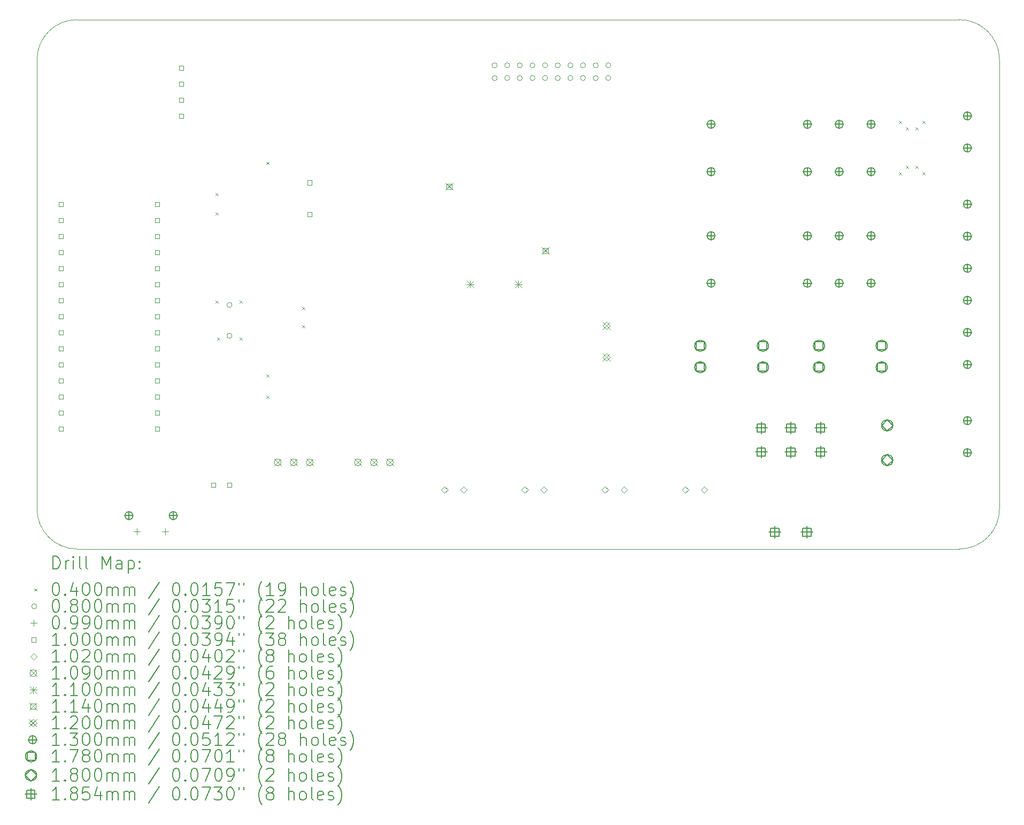
<source format=gbr>
%TF.GenerationSoftware,KiCad,Pcbnew,(6.0.8-1)-1*%
%TF.CreationDate,2023-03-04T15:34:30-08:00*%
%TF.ProjectId,Urban Battery - BMS_complement,55726261-6e20-4426-9174-74657279202d,rev?*%
%TF.SameCoordinates,Original*%
%TF.FileFunction,Drillmap*%
%TF.FilePolarity,Positive*%
%FSLAX45Y45*%
G04 Gerber Fmt 4.5, Leading zero omitted, Abs format (unit mm)*
G04 Created by KiCad (PCBNEW (6.0.8-1)-1) date 2023-03-04 15:34:30*
%MOMM*%
%LPD*%
G01*
G04 APERTURE LIST*
%ADD10C,0.100000*%
%ADD11C,0.200000*%
%ADD12C,0.040000*%
%ADD13C,0.080000*%
%ADD14C,0.099000*%
%ADD15C,0.102000*%
%ADD16C,0.109000*%
%ADD17C,0.110000*%
%ADD18C,0.114000*%
%ADD19C,0.120000*%
%ADD20C,0.130000*%
%ADD21C,0.178000*%
%ADD22C,0.180000*%
%ADD23C,0.185420*%
G04 APERTURE END LIST*
D10*
X7620000Y-5715000D02*
X7620000Y-12827000D01*
X8255000Y-5080000D02*
G75*
G03*
X7620000Y-5715000I0J-635000D01*
G01*
X22225000Y-13462000D02*
G75*
G03*
X22860000Y-12827000I0J635000D01*
G01*
X22225000Y-5080000D02*
X8255000Y-5080000D01*
X22860000Y-5715000D02*
G75*
G03*
X22225000Y-5080000I-635000J0D01*
G01*
X8255000Y-13462000D02*
X22225000Y-13462000D01*
X7620000Y-12827000D02*
G75*
G03*
X8255000Y-13462000I635000J0D01*
G01*
X22860000Y-12827000D02*
X22860000Y-5715000D01*
D11*
D12*
X10444800Y-7828600D02*
X10484800Y-7868600D01*
X10484800Y-7828600D02*
X10444800Y-7868600D01*
X10444800Y-8133400D02*
X10484800Y-8173400D01*
X10484800Y-8133400D02*
X10444800Y-8173400D01*
X10444800Y-9530400D02*
X10484800Y-9570400D01*
X10484800Y-9530400D02*
X10444800Y-9570400D01*
X10470200Y-10114600D02*
X10510200Y-10154600D01*
X10510200Y-10114600D02*
X10470200Y-10154600D01*
X10825800Y-9530400D02*
X10865800Y-9570400D01*
X10865800Y-9530400D02*
X10825800Y-9570400D01*
X10825800Y-10114600D02*
X10865800Y-10154600D01*
X10865800Y-10114600D02*
X10825800Y-10154600D01*
X11252520Y-7330760D02*
X11292520Y-7370760D01*
X11292520Y-7330760D02*
X11252520Y-7370760D01*
X11252520Y-10698800D02*
X11292520Y-10738800D01*
X11292520Y-10698800D02*
X11252520Y-10738800D01*
X11252520Y-11034080D02*
X11292520Y-11074080D01*
X11292520Y-11034080D02*
X11252520Y-11074080D01*
X11816400Y-9626920D02*
X11856400Y-9666920D01*
X11856400Y-9626920D02*
X11816400Y-9666920D01*
X11816400Y-9916480D02*
X11856400Y-9956480D01*
X11856400Y-9916480D02*
X11816400Y-9956480D01*
X21265200Y-6685600D02*
X21305200Y-6725600D01*
X21305200Y-6685600D02*
X21265200Y-6725600D01*
X21265200Y-7498400D02*
X21305200Y-7538400D01*
X21305200Y-7498400D02*
X21265200Y-7538400D01*
X21376960Y-6787200D02*
X21416960Y-6827200D01*
X21416960Y-6787200D02*
X21376960Y-6827200D01*
X21376960Y-7396800D02*
X21416960Y-7436800D01*
X21416960Y-7396800D02*
X21376960Y-7436800D01*
X21529360Y-6787200D02*
X21569360Y-6827200D01*
X21569360Y-6787200D02*
X21529360Y-6827200D01*
X21529360Y-7396800D02*
X21569360Y-7436800D01*
X21569360Y-7396800D02*
X21529360Y-7436800D01*
X21641120Y-6685600D02*
X21681120Y-6725600D01*
X21681120Y-6685600D02*
X21641120Y-6725600D01*
X21641120Y-7498400D02*
X21681120Y-7538400D01*
X21681120Y-7498400D02*
X21641120Y-7538400D01*
D13*
X10708000Y-9597500D02*
G75*
G03*
X10708000Y-9597500I-40000J0D01*
G01*
X10708000Y-10085500D02*
G75*
G03*
X10708000Y-10085500I-40000J0D01*
G01*
X14905000Y-5804000D02*
G75*
G03*
X14905000Y-5804000I-40000J0D01*
G01*
X14905000Y-6004000D02*
G75*
G03*
X14905000Y-6004000I-40000J0D01*
G01*
X15105000Y-5804000D02*
G75*
G03*
X15105000Y-5804000I-40000J0D01*
G01*
X15105000Y-6004000D02*
G75*
G03*
X15105000Y-6004000I-40000J0D01*
G01*
X15305000Y-5804000D02*
G75*
G03*
X15305000Y-5804000I-40000J0D01*
G01*
X15305000Y-6004000D02*
G75*
G03*
X15305000Y-6004000I-40000J0D01*
G01*
X15505000Y-5804000D02*
G75*
G03*
X15505000Y-5804000I-40000J0D01*
G01*
X15505000Y-6004000D02*
G75*
G03*
X15505000Y-6004000I-40000J0D01*
G01*
X15705000Y-5804000D02*
G75*
G03*
X15705000Y-5804000I-40000J0D01*
G01*
X15705000Y-6004000D02*
G75*
G03*
X15705000Y-6004000I-40000J0D01*
G01*
X15905000Y-5804000D02*
G75*
G03*
X15905000Y-5804000I-40000J0D01*
G01*
X15905000Y-6004000D02*
G75*
G03*
X15905000Y-6004000I-40000J0D01*
G01*
X16105000Y-5804000D02*
G75*
G03*
X16105000Y-5804000I-40000J0D01*
G01*
X16105000Y-6004000D02*
G75*
G03*
X16105000Y-6004000I-40000J0D01*
G01*
X16305000Y-5804000D02*
G75*
G03*
X16305000Y-5804000I-40000J0D01*
G01*
X16305000Y-6004000D02*
G75*
G03*
X16305000Y-6004000I-40000J0D01*
G01*
X16505000Y-5804000D02*
G75*
G03*
X16505000Y-5804000I-40000J0D01*
G01*
X16505000Y-6004000D02*
G75*
G03*
X16505000Y-6004000I-40000J0D01*
G01*
X16705000Y-5804000D02*
G75*
G03*
X16705000Y-5804000I-40000J0D01*
G01*
X16705000Y-6004000D02*
G75*
G03*
X16705000Y-6004000I-40000J0D01*
G01*
D14*
X9202000Y-13133350D02*
X9202000Y-13232350D01*
X9152500Y-13182850D02*
X9251500Y-13182850D01*
X9652000Y-13133350D02*
X9652000Y-13232350D01*
X9602500Y-13182850D02*
X9701500Y-13182850D01*
D10*
X8035356Y-8036356D02*
X8035356Y-7965644D01*
X7964644Y-7965644D01*
X7964644Y-8036356D01*
X8035356Y-8036356D01*
X8035356Y-8290356D02*
X8035356Y-8219644D01*
X7964644Y-8219644D01*
X7964644Y-8290356D01*
X8035356Y-8290356D01*
X8035356Y-8544356D02*
X8035356Y-8473644D01*
X7964644Y-8473644D01*
X7964644Y-8544356D01*
X8035356Y-8544356D01*
X8035356Y-8798356D02*
X8035356Y-8727644D01*
X7964644Y-8727644D01*
X7964644Y-8798356D01*
X8035356Y-8798356D01*
X8035356Y-9052356D02*
X8035356Y-8981644D01*
X7964644Y-8981644D01*
X7964644Y-9052356D01*
X8035356Y-9052356D01*
X8035356Y-9306356D02*
X8035356Y-9235644D01*
X7964644Y-9235644D01*
X7964644Y-9306356D01*
X8035356Y-9306356D01*
X8035356Y-9560356D02*
X8035356Y-9489644D01*
X7964644Y-9489644D01*
X7964644Y-9560356D01*
X8035356Y-9560356D01*
X8035356Y-9814356D02*
X8035356Y-9743644D01*
X7964644Y-9743644D01*
X7964644Y-9814356D01*
X8035356Y-9814356D01*
X8035356Y-10068356D02*
X8035356Y-9997644D01*
X7964644Y-9997644D01*
X7964644Y-10068356D01*
X8035356Y-10068356D01*
X8035356Y-10322356D02*
X8035356Y-10251644D01*
X7964644Y-10251644D01*
X7964644Y-10322356D01*
X8035356Y-10322356D01*
X8035356Y-10576356D02*
X8035356Y-10505644D01*
X7964644Y-10505644D01*
X7964644Y-10576356D01*
X8035356Y-10576356D01*
X8035356Y-10830356D02*
X8035356Y-10759644D01*
X7964644Y-10759644D01*
X7964644Y-10830356D01*
X8035356Y-10830356D01*
X8035356Y-11084356D02*
X8035356Y-11013644D01*
X7964644Y-11013644D01*
X7964644Y-11084356D01*
X8035356Y-11084356D01*
X8035356Y-11338356D02*
X8035356Y-11267644D01*
X7964644Y-11267644D01*
X7964644Y-11338356D01*
X8035356Y-11338356D01*
X8035356Y-11592356D02*
X8035356Y-11521644D01*
X7964644Y-11521644D01*
X7964644Y-11592356D01*
X8035356Y-11592356D01*
X9559356Y-8036356D02*
X9559356Y-7965644D01*
X9488644Y-7965644D01*
X9488644Y-8036356D01*
X9559356Y-8036356D01*
X9559356Y-8290356D02*
X9559356Y-8219644D01*
X9488644Y-8219644D01*
X9488644Y-8290356D01*
X9559356Y-8290356D01*
X9559356Y-8544356D02*
X9559356Y-8473644D01*
X9488644Y-8473644D01*
X9488644Y-8544356D01*
X9559356Y-8544356D01*
X9559356Y-8798356D02*
X9559356Y-8727644D01*
X9488644Y-8727644D01*
X9488644Y-8798356D01*
X9559356Y-8798356D01*
X9559356Y-9052356D02*
X9559356Y-8981644D01*
X9488644Y-8981644D01*
X9488644Y-9052356D01*
X9559356Y-9052356D01*
X9559356Y-9306356D02*
X9559356Y-9235644D01*
X9488644Y-9235644D01*
X9488644Y-9306356D01*
X9559356Y-9306356D01*
X9559356Y-9560356D02*
X9559356Y-9489644D01*
X9488644Y-9489644D01*
X9488644Y-9560356D01*
X9559356Y-9560356D01*
X9559356Y-9814356D02*
X9559356Y-9743644D01*
X9488644Y-9743644D01*
X9488644Y-9814356D01*
X9559356Y-9814356D01*
X9559356Y-10068356D02*
X9559356Y-9997644D01*
X9488644Y-9997644D01*
X9488644Y-10068356D01*
X9559356Y-10068356D01*
X9559356Y-10322356D02*
X9559356Y-10251644D01*
X9488644Y-10251644D01*
X9488644Y-10322356D01*
X9559356Y-10322356D01*
X9559356Y-10576356D02*
X9559356Y-10505644D01*
X9488644Y-10505644D01*
X9488644Y-10576356D01*
X9559356Y-10576356D01*
X9559356Y-10830356D02*
X9559356Y-10759644D01*
X9488644Y-10759644D01*
X9488644Y-10830356D01*
X9559356Y-10830356D01*
X9559356Y-11084356D02*
X9559356Y-11013644D01*
X9488644Y-11013644D01*
X9488644Y-11084356D01*
X9559356Y-11084356D01*
X9559356Y-11338356D02*
X9559356Y-11267644D01*
X9488644Y-11267644D01*
X9488644Y-11338356D01*
X9559356Y-11338356D01*
X9559356Y-11592356D02*
X9559356Y-11521644D01*
X9488644Y-11521644D01*
X9488644Y-11592356D01*
X9559356Y-11592356D01*
X9941356Y-5877356D02*
X9941356Y-5806644D01*
X9870644Y-5806644D01*
X9870644Y-5877356D01*
X9941356Y-5877356D01*
X9941356Y-6131356D02*
X9941356Y-6060644D01*
X9870644Y-6060644D01*
X9870644Y-6131356D01*
X9941356Y-6131356D01*
X9941356Y-6385356D02*
X9941356Y-6314644D01*
X9870644Y-6314644D01*
X9870644Y-6385356D01*
X9941356Y-6385356D01*
X9941356Y-6639356D02*
X9941356Y-6568644D01*
X9870644Y-6568644D01*
X9870644Y-6639356D01*
X9941356Y-6639356D01*
X10449356Y-12481356D02*
X10449356Y-12410644D01*
X10378644Y-12410644D01*
X10378644Y-12481356D01*
X10449356Y-12481356D01*
X10703356Y-12481356D02*
X10703356Y-12410644D01*
X10632644Y-12410644D01*
X10632644Y-12481356D01*
X10703356Y-12481356D01*
X11973356Y-7696923D02*
X11973356Y-7626212D01*
X11902644Y-7626212D01*
X11902644Y-7696923D01*
X11973356Y-7696923D01*
X11973356Y-8196923D02*
X11973356Y-8126212D01*
X11902644Y-8126212D01*
X11902644Y-8196923D01*
X11973356Y-8196923D01*
D15*
X14074000Y-12573000D02*
X14125000Y-12522000D01*
X14074000Y-12471000D01*
X14023000Y-12522000D01*
X14074000Y-12573000D01*
X14374000Y-12573000D02*
X14425000Y-12522000D01*
X14374000Y-12471000D01*
X14323000Y-12522000D01*
X14374000Y-12573000D01*
X15344000Y-12573000D02*
X15395000Y-12522000D01*
X15344000Y-12471000D01*
X15293000Y-12522000D01*
X15344000Y-12573000D01*
X15644000Y-12573000D02*
X15695000Y-12522000D01*
X15644000Y-12471000D01*
X15593000Y-12522000D01*
X15644000Y-12573000D01*
X16614000Y-12573000D02*
X16665000Y-12522000D01*
X16614000Y-12471000D01*
X16563000Y-12522000D01*
X16614000Y-12573000D01*
X16914000Y-12573000D02*
X16965000Y-12522000D01*
X16914000Y-12471000D01*
X16863000Y-12522000D01*
X16914000Y-12573000D01*
X17884000Y-12573000D02*
X17935000Y-12522000D01*
X17884000Y-12471000D01*
X17833000Y-12522000D01*
X17884000Y-12573000D01*
X18184000Y-12573000D02*
X18235000Y-12522000D01*
X18184000Y-12471000D01*
X18133000Y-12522000D01*
X18184000Y-12573000D01*
D16*
X11375500Y-12036000D02*
X11484500Y-12145000D01*
X11484500Y-12036000D02*
X11375500Y-12145000D01*
X11484500Y-12090500D02*
G75*
G03*
X11484500Y-12090500I-54500J0D01*
G01*
X11629500Y-12036000D02*
X11738500Y-12145000D01*
X11738500Y-12036000D02*
X11629500Y-12145000D01*
X11738500Y-12090500D02*
G75*
G03*
X11738500Y-12090500I-54500J0D01*
G01*
X11883500Y-12036000D02*
X11992500Y-12145000D01*
X11992500Y-12036000D02*
X11883500Y-12145000D01*
X11992500Y-12090500D02*
G75*
G03*
X11992500Y-12090500I-54500J0D01*
G01*
X12645500Y-12036000D02*
X12754500Y-12145000D01*
X12754500Y-12036000D02*
X12645500Y-12145000D01*
X12754500Y-12090500D02*
G75*
G03*
X12754500Y-12090500I-54500J0D01*
G01*
X12899500Y-12036000D02*
X13008500Y-12145000D01*
X13008500Y-12036000D02*
X12899500Y-12145000D01*
X13008500Y-12090500D02*
G75*
G03*
X13008500Y-12090500I-54500J0D01*
G01*
X13153500Y-12036000D02*
X13262500Y-12145000D01*
X13262500Y-12036000D02*
X13153500Y-12145000D01*
X13262500Y-12090500D02*
G75*
G03*
X13262500Y-12090500I-54500J0D01*
G01*
D17*
X14423000Y-9216000D02*
X14533000Y-9326000D01*
X14533000Y-9216000D02*
X14423000Y-9326000D01*
X14478000Y-9216000D02*
X14478000Y-9326000D01*
X14423000Y-9271000D02*
X14533000Y-9271000D01*
X15185000Y-9216000D02*
X15295000Y-9326000D01*
X15295000Y-9216000D02*
X15185000Y-9326000D01*
X15240000Y-9216000D02*
X15240000Y-9326000D01*
X15185000Y-9271000D02*
X15295000Y-9271000D01*
D18*
X14090800Y-7664600D02*
X14204800Y-7778600D01*
X14204800Y-7664600D02*
X14090800Y-7778600D01*
X14188105Y-7761905D02*
X14188105Y-7681294D01*
X14107494Y-7681294D01*
X14107494Y-7761905D01*
X14188105Y-7761905D01*
X15614800Y-8680600D02*
X15728800Y-8794600D01*
X15728800Y-8680600D02*
X15614800Y-8794600D01*
X15712105Y-8777906D02*
X15712105Y-8697295D01*
X15631494Y-8697295D01*
X15631494Y-8777906D01*
X15712105Y-8777906D01*
D19*
X16577000Y-9863232D02*
X16697000Y-9983232D01*
X16697000Y-9863232D02*
X16577000Y-9983232D01*
X16637000Y-9983232D02*
X16697000Y-9923232D01*
X16637000Y-9863232D01*
X16577000Y-9923232D01*
X16637000Y-9983232D01*
X16577000Y-10363232D02*
X16697000Y-10483232D01*
X16697000Y-10363232D02*
X16577000Y-10483232D01*
X16637000Y-10483232D02*
X16697000Y-10423232D01*
X16637000Y-10363232D01*
X16577000Y-10423232D01*
X16637000Y-10483232D01*
D20*
X9076000Y-12868850D02*
X9076000Y-12998850D01*
X9011000Y-12933850D02*
X9141000Y-12933850D01*
X9141000Y-12933850D02*
G75*
G03*
X9141000Y-12933850I-65000J0D01*
G01*
X9777000Y-12868850D02*
X9777000Y-12998850D01*
X9712000Y-12933850D02*
X9842000Y-12933850D01*
X9842000Y-12933850D02*
G75*
G03*
X9842000Y-12933850I-65000J0D01*
G01*
X18292200Y-6672000D02*
X18292200Y-6802000D01*
X18227200Y-6737000D02*
X18357200Y-6737000D01*
X18357200Y-6737000D02*
G75*
G03*
X18357200Y-6737000I-65000J0D01*
G01*
X18292200Y-7422000D02*
X18292200Y-7552000D01*
X18227200Y-7487000D02*
X18357200Y-7487000D01*
X18357200Y-7487000D02*
G75*
G03*
X18357200Y-7487000I-65000J0D01*
G01*
X18292200Y-8437300D02*
X18292200Y-8567300D01*
X18227200Y-8502300D02*
X18357200Y-8502300D01*
X18357200Y-8502300D02*
G75*
G03*
X18357200Y-8502300I-65000J0D01*
G01*
X18292200Y-9187300D02*
X18292200Y-9317300D01*
X18227200Y-9252300D02*
X18357200Y-9252300D01*
X18357200Y-9252300D02*
G75*
G03*
X18357200Y-9252300I-65000J0D01*
G01*
X19818200Y-6672000D02*
X19818200Y-6802000D01*
X19753200Y-6737000D02*
X19883200Y-6737000D01*
X19883200Y-6737000D02*
G75*
G03*
X19883200Y-6737000I-65000J0D01*
G01*
X19818200Y-7422000D02*
X19818200Y-7552000D01*
X19753200Y-7487000D02*
X19883200Y-7487000D01*
X19883200Y-7487000D02*
G75*
G03*
X19883200Y-7487000I-65000J0D01*
G01*
X19818200Y-8437300D02*
X19818200Y-8567300D01*
X19753200Y-8502300D02*
X19883200Y-8502300D01*
X19883200Y-8502300D02*
G75*
G03*
X19883200Y-8502300I-65000J0D01*
G01*
X19818200Y-9187300D02*
X19818200Y-9317300D01*
X19753200Y-9252300D02*
X19883200Y-9252300D01*
X19883200Y-9252300D02*
G75*
G03*
X19883200Y-9252300I-65000J0D01*
G01*
X20322200Y-6672000D02*
X20322200Y-6802000D01*
X20257200Y-6737000D02*
X20387200Y-6737000D01*
X20387200Y-6737000D02*
G75*
G03*
X20387200Y-6737000I-65000J0D01*
G01*
X20322200Y-7422000D02*
X20322200Y-7552000D01*
X20257200Y-7487000D02*
X20387200Y-7487000D01*
X20387200Y-7487000D02*
G75*
G03*
X20387200Y-7487000I-65000J0D01*
G01*
X20322200Y-8437300D02*
X20322200Y-8567300D01*
X20257200Y-8502300D02*
X20387200Y-8502300D01*
X20387200Y-8502300D02*
G75*
G03*
X20387200Y-8502300I-65000J0D01*
G01*
X20322200Y-9187300D02*
X20322200Y-9317300D01*
X20257200Y-9252300D02*
X20387200Y-9252300D01*
X20387200Y-9252300D02*
G75*
G03*
X20387200Y-9252300I-65000J0D01*
G01*
X20826200Y-6672000D02*
X20826200Y-6802000D01*
X20761200Y-6737000D02*
X20891200Y-6737000D01*
X20891200Y-6737000D02*
G75*
G03*
X20891200Y-6737000I-65000J0D01*
G01*
X20826200Y-7422000D02*
X20826200Y-7552000D01*
X20761200Y-7487000D02*
X20891200Y-7487000D01*
X20891200Y-7487000D02*
G75*
G03*
X20891200Y-7487000I-65000J0D01*
G01*
X20826200Y-8437300D02*
X20826200Y-8567300D01*
X20761200Y-8502300D02*
X20891200Y-8502300D01*
X20891200Y-8502300D02*
G75*
G03*
X20891200Y-8502300I-65000J0D01*
G01*
X20826200Y-9187300D02*
X20826200Y-9317300D01*
X20761200Y-9252300D02*
X20891200Y-9252300D01*
X20891200Y-9252300D02*
G75*
G03*
X20891200Y-9252300I-65000J0D01*
G01*
X22352000Y-6539000D02*
X22352000Y-6669000D01*
X22287000Y-6604000D02*
X22417000Y-6604000D01*
X22417000Y-6604000D02*
G75*
G03*
X22417000Y-6604000I-65000J0D01*
G01*
X22352000Y-7047000D02*
X22352000Y-7177000D01*
X22287000Y-7112000D02*
X22417000Y-7112000D01*
X22417000Y-7112000D02*
G75*
G03*
X22417000Y-7112000I-65000J0D01*
G01*
X22352000Y-7936500D02*
X22352000Y-8066500D01*
X22287000Y-8001500D02*
X22417000Y-8001500D01*
X22417000Y-8001500D02*
G75*
G03*
X22417000Y-8001500I-65000J0D01*
G01*
X22352000Y-8444500D02*
X22352000Y-8574500D01*
X22287000Y-8509500D02*
X22417000Y-8509500D01*
X22417000Y-8509500D02*
G75*
G03*
X22417000Y-8509500I-65000J0D01*
G01*
X22352000Y-8952000D02*
X22352000Y-9082000D01*
X22287000Y-9017000D02*
X22417000Y-9017000D01*
X22417000Y-9017000D02*
G75*
G03*
X22417000Y-9017000I-65000J0D01*
G01*
X22352000Y-9460000D02*
X22352000Y-9590000D01*
X22287000Y-9525000D02*
X22417000Y-9525000D01*
X22417000Y-9525000D02*
G75*
G03*
X22417000Y-9525000I-65000J0D01*
G01*
X22352000Y-9968000D02*
X22352000Y-10098000D01*
X22287000Y-10033000D02*
X22417000Y-10033000D01*
X22417000Y-10033000D02*
G75*
G03*
X22417000Y-10033000I-65000J0D01*
G01*
X22352000Y-10476000D02*
X22352000Y-10606000D01*
X22287000Y-10541000D02*
X22417000Y-10541000D01*
X22417000Y-10541000D02*
G75*
G03*
X22417000Y-10541000I-65000J0D01*
G01*
X22352000Y-11365000D02*
X22352000Y-11495000D01*
X22287000Y-11430000D02*
X22417000Y-11430000D01*
X22417000Y-11430000D02*
G75*
G03*
X22417000Y-11430000I-65000J0D01*
G01*
X22352000Y-11873000D02*
X22352000Y-12003000D01*
X22287000Y-11938000D02*
X22417000Y-11938000D01*
X22417000Y-11938000D02*
G75*
G03*
X22417000Y-11938000I-65000J0D01*
G01*
D21*
X18185133Y-10306933D02*
X18185133Y-10181067D01*
X18059267Y-10181067D01*
X18059267Y-10306933D01*
X18185133Y-10306933D01*
X18211200Y-10244000D02*
G75*
G03*
X18211200Y-10244000I-89000J0D01*
G01*
X18185133Y-10646933D02*
X18185133Y-10521067D01*
X18059267Y-10521067D01*
X18059267Y-10646933D01*
X18185133Y-10646933D01*
X18211200Y-10584000D02*
G75*
G03*
X18211200Y-10584000I-89000J0D01*
G01*
X19177133Y-10306933D02*
X19177133Y-10181067D01*
X19051267Y-10181067D01*
X19051267Y-10306933D01*
X19177133Y-10306933D01*
X19203200Y-10244000D02*
G75*
G03*
X19203200Y-10244000I-89000J0D01*
G01*
X19177133Y-10646933D02*
X19177133Y-10521067D01*
X19051267Y-10521067D01*
X19051267Y-10646933D01*
X19177133Y-10646933D01*
X19203200Y-10584000D02*
G75*
G03*
X19203200Y-10584000I-89000J0D01*
G01*
X20064733Y-10306933D02*
X20064733Y-10181067D01*
X19938867Y-10181067D01*
X19938867Y-10306933D01*
X20064733Y-10306933D01*
X20090800Y-10244000D02*
G75*
G03*
X20090800Y-10244000I-89000J0D01*
G01*
X20064733Y-10646933D02*
X20064733Y-10521067D01*
X19938867Y-10521067D01*
X19938867Y-10646933D01*
X20064733Y-10646933D01*
X20090800Y-10584000D02*
G75*
G03*
X20090800Y-10584000I-89000J0D01*
G01*
X21056733Y-10306933D02*
X21056733Y-10181067D01*
X20930867Y-10181067D01*
X20930867Y-10306933D01*
X21056733Y-10306933D01*
X21082800Y-10244000D02*
G75*
G03*
X21082800Y-10244000I-89000J0D01*
G01*
X21056733Y-10646933D02*
X21056733Y-10521067D01*
X20930867Y-10521067D01*
X20930867Y-10646933D01*
X21056733Y-10646933D01*
X21082800Y-10584000D02*
G75*
G03*
X21082800Y-10584000I-89000J0D01*
G01*
D22*
X21082000Y-11595000D02*
X21172000Y-11505000D01*
X21082000Y-11415000D01*
X20992000Y-11505000D01*
X21082000Y-11595000D01*
X21172000Y-11505000D02*
G75*
G03*
X21172000Y-11505000I-90000J0D01*
G01*
X21082000Y-12145000D02*
X21172000Y-12055000D01*
X21082000Y-11965000D01*
X20992000Y-12055000D01*
X21082000Y-12145000D01*
X21172000Y-12055000D02*
G75*
G03*
X21172000Y-12055000I-90000J0D01*
G01*
D23*
X19088100Y-11451590D02*
X19088100Y-11637010D01*
X18995390Y-11544300D02*
X19180810Y-11544300D01*
X19153657Y-11609856D02*
X19153657Y-11478743D01*
X19022544Y-11478743D01*
X19022544Y-11609856D01*
X19153657Y-11609856D01*
X19088100Y-11832590D02*
X19088100Y-12018010D01*
X18995390Y-11925300D02*
X19180810Y-11925300D01*
X19153657Y-11990856D02*
X19153657Y-11859743D01*
X19022544Y-11859743D01*
X19022544Y-11990856D01*
X19153657Y-11990856D01*
X19304000Y-13102590D02*
X19304000Y-13288010D01*
X19211290Y-13195300D02*
X19396710Y-13195300D01*
X19369557Y-13260856D02*
X19369557Y-13129743D01*
X19238444Y-13129743D01*
X19238444Y-13260856D01*
X19369557Y-13260856D01*
X19558000Y-11451590D02*
X19558000Y-11637010D01*
X19465290Y-11544300D02*
X19650710Y-11544300D01*
X19623557Y-11609856D02*
X19623557Y-11478743D01*
X19492444Y-11478743D01*
X19492444Y-11609856D01*
X19623557Y-11609856D01*
X19558000Y-11832590D02*
X19558000Y-12018010D01*
X19465290Y-11925300D02*
X19650710Y-11925300D01*
X19623557Y-11990856D02*
X19623557Y-11859743D01*
X19492444Y-11859743D01*
X19492444Y-11990856D01*
X19623557Y-11990856D01*
X19812000Y-13102590D02*
X19812000Y-13288010D01*
X19719290Y-13195300D02*
X19904710Y-13195300D01*
X19877557Y-13260856D02*
X19877557Y-13129743D01*
X19746444Y-13129743D01*
X19746444Y-13260856D01*
X19877557Y-13260856D01*
X20027900Y-11451590D02*
X20027900Y-11637010D01*
X19935190Y-11544300D02*
X20120610Y-11544300D01*
X20093457Y-11609856D02*
X20093457Y-11478743D01*
X19962344Y-11478743D01*
X19962344Y-11609856D01*
X20093457Y-11609856D01*
X20027900Y-11832590D02*
X20027900Y-12018010D01*
X19935190Y-11925300D02*
X20120610Y-11925300D01*
X20093457Y-11990856D02*
X20093457Y-11859743D01*
X19962344Y-11859743D01*
X19962344Y-11990856D01*
X20093457Y-11990856D01*
D11*
X7872619Y-13777476D02*
X7872619Y-13577476D01*
X7920238Y-13577476D01*
X7948809Y-13587000D01*
X7967857Y-13606048D01*
X7977381Y-13625095D01*
X7986905Y-13663190D01*
X7986905Y-13691762D01*
X7977381Y-13729857D01*
X7967857Y-13748905D01*
X7948809Y-13767952D01*
X7920238Y-13777476D01*
X7872619Y-13777476D01*
X8072619Y-13777476D02*
X8072619Y-13644143D01*
X8072619Y-13682238D02*
X8082143Y-13663190D01*
X8091667Y-13653667D01*
X8110714Y-13644143D01*
X8129762Y-13644143D01*
X8196428Y-13777476D02*
X8196428Y-13644143D01*
X8196428Y-13577476D02*
X8186905Y-13587000D01*
X8196428Y-13596524D01*
X8205952Y-13587000D01*
X8196428Y-13577476D01*
X8196428Y-13596524D01*
X8320238Y-13777476D02*
X8301190Y-13767952D01*
X8291667Y-13748905D01*
X8291667Y-13577476D01*
X8425000Y-13777476D02*
X8405952Y-13767952D01*
X8396429Y-13748905D01*
X8396429Y-13577476D01*
X8653571Y-13777476D02*
X8653571Y-13577476D01*
X8720238Y-13720333D01*
X8786905Y-13577476D01*
X8786905Y-13777476D01*
X8967857Y-13777476D02*
X8967857Y-13672714D01*
X8958333Y-13653667D01*
X8939286Y-13644143D01*
X8901190Y-13644143D01*
X8882143Y-13653667D01*
X8967857Y-13767952D02*
X8948810Y-13777476D01*
X8901190Y-13777476D01*
X8882143Y-13767952D01*
X8872619Y-13748905D01*
X8872619Y-13729857D01*
X8882143Y-13710809D01*
X8901190Y-13701286D01*
X8948810Y-13701286D01*
X8967857Y-13691762D01*
X9063095Y-13644143D02*
X9063095Y-13844143D01*
X9063095Y-13653667D02*
X9082143Y-13644143D01*
X9120238Y-13644143D01*
X9139286Y-13653667D01*
X9148810Y-13663190D01*
X9158333Y-13682238D01*
X9158333Y-13739381D01*
X9148810Y-13758428D01*
X9139286Y-13767952D01*
X9120238Y-13777476D01*
X9082143Y-13777476D01*
X9063095Y-13767952D01*
X9244048Y-13758428D02*
X9253571Y-13767952D01*
X9244048Y-13777476D01*
X9234524Y-13767952D01*
X9244048Y-13758428D01*
X9244048Y-13777476D01*
X9244048Y-13653667D02*
X9253571Y-13663190D01*
X9244048Y-13672714D01*
X9234524Y-13663190D01*
X9244048Y-13653667D01*
X9244048Y-13672714D01*
D12*
X7575000Y-14087000D02*
X7615000Y-14127000D01*
X7615000Y-14087000D02*
X7575000Y-14127000D01*
D11*
X7910714Y-13997476D02*
X7929762Y-13997476D01*
X7948809Y-14007000D01*
X7958333Y-14016524D01*
X7967857Y-14035571D01*
X7977381Y-14073667D01*
X7977381Y-14121286D01*
X7967857Y-14159381D01*
X7958333Y-14178428D01*
X7948809Y-14187952D01*
X7929762Y-14197476D01*
X7910714Y-14197476D01*
X7891667Y-14187952D01*
X7882143Y-14178428D01*
X7872619Y-14159381D01*
X7863095Y-14121286D01*
X7863095Y-14073667D01*
X7872619Y-14035571D01*
X7882143Y-14016524D01*
X7891667Y-14007000D01*
X7910714Y-13997476D01*
X8063095Y-14178428D02*
X8072619Y-14187952D01*
X8063095Y-14197476D01*
X8053571Y-14187952D01*
X8063095Y-14178428D01*
X8063095Y-14197476D01*
X8244048Y-14064143D02*
X8244048Y-14197476D01*
X8196428Y-13987952D02*
X8148809Y-14130809D01*
X8272619Y-14130809D01*
X8386905Y-13997476D02*
X8405952Y-13997476D01*
X8425000Y-14007000D01*
X8434524Y-14016524D01*
X8444048Y-14035571D01*
X8453571Y-14073667D01*
X8453571Y-14121286D01*
X8444048Y-14159381D01*
X8434524Y-14178428D01*
X8425000Y-14187952D01*
X8405952Y-14197476D01*
X8386905Y-14197476D01*
X8367857Y-14187952D01*
X8358333Y-14178428D01*
X8348809Y-14159381D01*
X8339286Y-14121286D01*
X8339286Y-14073667D01*
X8348809Y-14035571D01*
X8358333Y-14016524D01*
X8367857Y-14007000D01*
X8386905Y-13997476D01*
X8577381Y-13997476D02*
X8596429Y-13997476D01*
X8615476Y-14007000D01*
X8625000Y-14016524D01*
X8634524Y-14035571D01*
X8644048Y-14073667D01*
X8644048Y-14121286D01*
X8634524Y-14159381D01*
X8625000Y-14178428D01*
X8615476Y-14187952D01*
X8596429Y-14197476D01*
X8577381Y-14197476D01*
X8558333Y-14187952D01*
X8548810Y-14178428D01*
X8539286Y-14159381D01*
X8529762Y-14121286D01*
X8529762Y-14073667D01*
X8539286Y-14035571D01*
X8548810Y-14016524D01*
X8558333Y-14007000D01*
X8577381Y-13997476D01*
X8729762Y-14197476D02*
X8729762Y-14064143D01*
X8729762Y-14083190D02*
X8739286Y-14073667D01*
X8758333Y-14064143D01*
X8786905Y-14064143D01*
X8805952Y-14073667D01*
X8815476Y-14092714D01*
X8815476Y-14197476D01*
X8815476Y-14092714D02*
X8825000Y-14073667D01*
X8844048Y-14064143D01*
X8872619Y-14064143D01*
X8891667Y-14073667D01*
X8901190Y-14092714D01*
X8901190Y-14197476D01*
X8996429Y-14197476D02*
X8996429Y-14064143D01*
X8996429Y-14083190D02*
X9005952Y-14073667D01*
X9025000Y-14064143D01*
X9053571Y-14064143D01*
X9072619Y-14073667D01*
X9082143Y-14092714D01*
X9082143Y-14197476D01*
X9082143Y-14092714D02*
X9091667Y-14073667D01*
X9110714Y-14064143D01*
X9139286Y-14064143D01*
X9158333Y-14073667D01*
X9167857Y-14092714D01*
X9167857Y-14197476D01*
X9558333Y-13987952D02*
X9386905Y-14245095D01*
X9815476Y-13997476D02*
X9834524Y-13997476D01*
X9853571Y-14007000D01*
X9863095Y-14016524D01*
X9872619Y-14035571D01*
X9882143Y-14073667D01*
X9882143Y-14121286D01*
X9872619Y-14159381D01*
X9863095Y-14178428D01*
X9853571Y-14187952D01*
X9834524Y-14197476D01*
X9815476Y-14197476D01*
X9796429Y-14187952D01*
X9786905Y-14178428D01*
X9777381Y-14159381D01*
X9767857Y-14121286D01*
X9767857Y-14073667D01*
X9777381Y-14035571D01*
X9786905Y-14016524D01*
X9796429Y-14007000D01*
X9815476Y-13997476D01*
X9967857Y-14178428D02*
X9977381Y-14187952D01*
X9967857Y-14197476D01*
X9958333Y-14187952D01*
X9967857Y-14178428D01*
X9967857Y-14197476D01*
X10101190Y-13997476D02*
X10120238Y-13997476D01*
X10139286Y-14007000D01*
X10148810Y-14016524D01*
X10158333Y-14035571D01*
X10167857Y-14073667D01*
X10167857Y-14121286D01*
X10158333Y-14159381D01*
X10148810Y-14178428D01*
X10139286Y-14187952D01*
X10120238Y-14197476D01*
X10101190Y-14197476D01*
X10082143Y-14187952D01*
X10072619Y-14178428D01*
X10063095Y-14159381D01*
X10053571Y-14121286D01*
X10053571Y-14073667D01*
X10063095Y-14035571D01*
X10072619Y-14016524D01*
X10082143Y-14007000D01*
X10101190Y-13997476D01*
X10358333Y-14197476D02*
X10244048Y-14197476D01*
X10301190Y-14197476D02*
X10301190Y-13997476D01*
X10282143Y-14026048D01*
X10263095Y-14045095D01*
X10244048Y-14054619D01*
X10539286Y-13997476D02*
X10444048Y-13997476D01*
X10434524Y-14092714D01*
X10444048Y-14083190D01*
X10463095Y-14073667D01*
X10510714Y-14073667D01*
X10529762Y-14083190D01*
X10539286Y-14092714D01*
X10548810Y-14111762D01*
X10548810Y-14159381D01*
X10539286Y-14178428D01*
X10529762Y-14187952D01*
X10510714Y-14197476D01*
X10463095Y-14197476D01*
X10444048Y-14187952D01*
X10434524Y-14178428D01*
X10615476Y-13997476D02*
X10748810Y-13997476D01*
X10663095Y-14197476D01*
X10815476Y-13997476D02*
X10815476Y-14035571D01*
X10891667Y-13997476D02*
X10891667Y-14035571D01*
X11186905Y-14273667D02*
X11177381Y-14264143D01*
X11158333Y-14235571D01*
X11148810Y-14216524D01*
X11139286Y-14187952D01*
X11129762Y-14140333D01*
X11129762Y-14102238D01*
X11139286Y-14054619D01*
X11148810Y-14026048D01*
X11158333Y-14007000D01*
X11177381Y-13978428D01*
X11186905Y-13968905D01*
X11367857Y-14197476D02*
X11253571Y-14197476D01*
X11310714Y-14197476D02*
X11310714Y-13997476D01*
X11291667Y-14026048D01*
X11272619Y-14045095D01*
X11253571Y-14054619D01*
X11463095Y-14197476D02*
X11501190Y-14197476D01*
X11520238Y-14187952D01*
X11529762Y-14178428D01*
X11548809Y-14149857D01*
X11558333Y-14111762D01*
X11558333Y-14035571D01*
X11548809Y-14016524D01*
X11539286Y-14007000D01*
X11520238Y-13997476D01*
X11482143Y-13997476D01*
X11463095Y-14007000D01*
X11453571Y-14016524D01*
X11444048Y-14035571D01*
X11444048Y-14083190D01*
X11453571Y-14102238D01*
X11463095Y-14111762D01*
X11482143Y-14121286D01*
X11520238Y-14121286D01*
X11539286Y-14111762D01*
X11548809Y-14102238D01*
X11558333Y-14083190D01*
X11796428Y-14197476D02*
X11796428Y-13997476D01*
X11882143Y-14197476D02*
X11882143Y-14092714D01*
X11872619Y-14073667D01*
X11853571Y-14064143D01*
X11825000Y-14064143D01*
X11805952Y-14073667D01*
X11796428Y-14083190D01*
X12005952Y-14197476D02*
X11986905Y-14187952D01*
X11977381Y-14178428D01*
X11967857Y-14159381D01*
X11967857Y-14102238D01*
X11977381Y-14083190D01*
X11986905Y-14073667D01*
X12005952Y-14064143D01*
X12034524Y-14064143D01*
X12053571Y-14073667D01*
X12063095Y-14083190D01*
X12072619Y-14102238D01*
X12072619Y-14159381D01*
X12063095Y-14178428D01*
X12053571Y-14187952D01*
X12034524Y-14197476D01*
X12005952Y-14197476D01*
X12186905Y-14197476D02*
X12167857Y-14187952D01*
X12158333Y-14168905D01*
X12158333Y-13997476D01*
X12339286Y-14187952D02*
X12320238Y-14197476D01*
X12282143Y-14197476D01*
X12263095Y-14187952D01*
X12253571Y-14168905D01*
X12253571Y-14092714D01*
X12263095Y-14073667D01*
X12282143Y-14064143D01*
X12320238Y-14064143D01*
X12339286Y-14073667D01*
X12348809Y-14092714D01*
X12348809Y-14111762D01*
X12253571Y-14130809D01*
X12425000Y-14187952D02*
X12444048Y-14197476D01*
X12482143Y-14197476D01*
X12501190Y-14187952D01*
X12510714Y-14168905D01*
X12510714Y-14159381D01*
X12501190Y-14140333D01*
X12482143Y-14130809D01*
X12453571Y-14130809D01*
X12434524Y-14121286D01*
X12425000Y-14102238D01*
X12425000Y-14092714D01*
X12434524Y-14073667D01*
X12453571Y-14064143D01*
X12482143Y-14064143D01*
X12501190Y-14073667D01*
X12577381Y-14273667D02*
X12586905Y-14264143D01*
X12605952Y-14235571D01*
X12615476Y-14216524D01*
X12625000Y-14187952D01*
X12634524Y-14140333D01*
X12634524Y-14102238D01*
X12625000Y-14054619D01*
X12615476Y-14026048D01*
X12605952Y-14007000D01*
X12586905Y-13978428D01*
X12577381Y-13968905D01*
D13*
X7615000Y-14371000D02*
G75*
G03*
X7615000Y-14371000I-40000J0D01*
G01*
D11*
X7910714Y-14261476D02*
X7929762Y-14261476D01*
X7948809Y-14271000D01*
X7958333Y-14280524D01*
X7967857Y-14299571D01*
X7977381Y-14337667D01*
X7977381Y-14385286D01*
X7967857Y-14423381D01*
X7958333Y-14442428D01*
X7948809Y-14451952D01*
X7929762Y-14461476D01*
X7910714Y-14461476D01*
X7891667Y-14451952D01*
X7882143Y-14442428D01*
X7872619Y-14423381D01*
X7863095Y-14385286D01*
X7863095Y-14337667D01*
X7872619Y-14299571D01*
X7882143Y-14280524D01*
X7891667Y-14271000D01*
X7910714Y-14261476D01*
X8063095Y-14442428D02*
X8072619Y-14451952D01*
X8063095Y-14461476D01*
X8053571Y-14451952D01*
X8063095Y-14442428D01*
X8063095Y-14461476D01*
X8186905Y-14347190D02*
X8167857Y-14337667D01*
X8158333Y-14328143D01*
X8148809Y-14309095D01*
X8148809Y-14299571D01*
X8158333Y-14280524D01*
X8167857Y-14271000D01*
X8186905Y-14261476D01*
X8225000Y-14261476D01*
X8244048Y-14271000D01*
X8253571Y-14280524D01*
X8263095Y-14299571D01*
X8263095Y-14309095D01*
X8253571Y-14328143D01*
X8244048Y-14337667D01*
X8225000Y-14347190D01*
X8186905Y-14347190D01*
X8167857Y-14356714D01*
X8158333Y-14366238D01*
X8148809Y-14385286D01*
X8148809Y-14423381D01*
X8158333Y-14442428D01*
X8167857Y-14451952D01*
X8186905Y-14461476D01*
X8225000Y-14461476D01*
X8244048Y-14451952D01*
X8253571Y-14442428D01*
X8263095Y-14423381D01*
X8263095Y-14385286D01*
X8253571Y-14366238D01*
X8244048Y-14356714D01*
X8225000Y-14347190D01*
X8386905Y-14261476D02*
X8405952Y-14261476D01*
X8425000Y-14271000D01*
X8434524Y-14280524D01*
X8444048Y-14299571D01*
X8453571Y-14337667D01*
X8453571Y-14385286D01*
X8444048Y-14423381D01*
X8434524Y-14442428D01*
X8425000Y-14451952D01*
X8405952Y-14461476D01*
X8386905Y-14461476D01*
X8367857Y-14451952D01*
X8358333Y-14442428D01*
X8348809Y-14423381D01*
X8339286Y-14385286D01*
X8339286Y-14337667D01*
X8348809Y-14299571D01*
X8358333Y-14280524D01*
X8367857Y-14271000D01*
X8386905Y-14261476D01*
X8577381Y-14261476D02*
X8596429Y-14261476D01*
X8615476Y-14271000D01*
X8625000Y-14280524D01*
X8634524Y-14299571D01*
X8644048Y-14337667D01*
X8644048Y-14385286D01*
X8634524Y-14423381D01*
X8625000Y-14442428D01*
X8615476Y-14451952D01*
X8596429Y-14461476D01*
X8577381Y-14461476D01*
X8558333Y-14451952D01*
X8548810Y-14442428D01*
X8539286Y-14423381D01*
X8529762Y-14385286D01*
X8529762Y-14337667D01*
X8539286Y-14299571D01*
X8548810Y-14280524D01*
X8558333Y-14271000D01*
X8577381Y-14261476D01*
X8729762Y-14461476D02*
X8729762Y-14328143D01*
X8729762Y-14347190D02*
X8739286Y-14337667D01*
X8758333Y-14328143D01*
X8786905Y-14328143D01*
X8805952Y-14337667D01*
X8815476Y-14356714D01*
X8815476Y-14461476D01*
X8815476Y-14356714D02*
X8825000Y-14337667D01*
X8844048Y-14328143D01*
X8872619Y-14328143D01*
X8891667Y-14337667D01*
X8901190Y-14356714D01*
X8901190Y-14461476D01*
X8996429Y-14461476D02*
X8996429Y-14328143D01*
X8996429Y-14347190D02*
X9005952Y-14337667D01*
X9025000Y-14328143D01*
X9053571Y-14328143D01*
X9072619Y-14337667D01*
X9082143Y-14356714D01*
X9082143Y-14461476D01*
X9082143Y-14356714D02*
X9091667Y-14337667D01*
X9110714Y-14328143D01*
X9139286Y-14328143D01*
X9158333Y-14337667D01*
X9167857Y-14356714D01*
X9167857Y-14461476D01*
X9558333Y-14251952D02*
X9386905Y-14509095D01*
X9815476Y-14261476D02*
X9834524Y-14261476D01*
X9853571Y-14271000D01*
X9863095Y-14280524D01*
X9872619Y-14299571D01*
X9882143Y-14337667D01*
X9882143Y-14385286D01*
X9872619Y-14423381D01*
X9863095Y-14442428D01*
X9853571Y-14451952D01*
X9834524Y-14461476D01*
X9815476Y-14461476D01*
X9796429Y-14451952D01*
X9786905Y-14442428D01*
X9777381Y-14423381D01*
X9767857Y-14385286D01*
X9767857Y-14337667D01*
X9777381Y-14299571D01*
X9786905Y-14280524D01*
X9796429Y-14271000D01*
X9815476Y-14261476D01*
X9967857Y-14442428D02*
X9977381Y-14451952D01*
X9967857Y-14461476D01*
X9958333Y-14451952D01*
X9967857Y-14442428D01*
X9967857Y-14461476D01*
X10101190Y-14261476D02*
X10120238Y-14261476D01*
X10139286Y-14271000D01*
X10148810Y-14280524D01*
X10158333Y-14299571D01*
X10167857Y-14337667D01*
X10167857Y-14385286D01*
X10158333Y-14423381D01*
X10148810Y-14442428D01*
X10139286Y-14451952D01*
X10120238Y-14461476D01*
X10101190Y-14461476D01*
X10082143Y-14451952D01*
X10072619Y-14442428D01*
X10063095Y-14423381D01*
X10053571Y-14385286D01*
X10053571Y-14337667D01*
X10063095Y-14299571D01*
X10072619Y-14280524D01*
X10082143Y-14271000D01*
X10101190Y-14261476D01*
X10234524Y-14261476D02*
X10358333Y-14261476D01*
X10291667Y-14337667D01*
X10320238Y-14337667D01*
X10339286Y-14347190D01*
X10348810Y-14356714D01*
X10358333Y-14375762D01*
X10358333Y-14423381D01*
X10348810Y-14442428D01*
X10339286Y-14451952D01*
X10320238Y-14461476D01*
X10263095Y-14461476D01*
X10244048Y-14451952D01*
X10234524Y-14442428D01*
X10548810Y-14461476D02*
X10434524Y-14461476D01*
X10491667Y-14461476D02*
X10491667Y-14261476D01*
X10472619Y-14290048D01*
X10453571Y-14309095D01*
X10434524Y-14318619D01*
X10729762Y-14261476D02*
X10634524Y-14261476D01*
X10625000Y-14356714D01*
X10634524Y-14347190D01*
X10653571Y-14337667D01*
X10701190Y-14337667D01*
X10720238Y-14347190D01*
X10729762Y-14356714D01*
X10739286Y-14375762D01*
X10739286Y-14423381D01*
X10729762Y-14442428D01*
X10720238Y-14451952D01*
X10701190Y-14461476D01*
X10653571Y-14461476D01*
X10634524Y-14451952D01*
X10625000Y-14442428D01*
X10815476Y-14261476D02*
X10815476Y-14299571D01*
X10891667Y-14261476D02*
X10891667Y-14299571D01*
X11186905Y-14537667D02*
X11177381Y-14528143D01*
X11158333Y-14499571D01*
X11148810Y-14480524D01*
X11139286Y-14451952D01*
X11129762Y-14404333D01*
X11129762Y-14366238D01*
X11139286Y-14318619D01*
X11148810Y-14290048D01*
X11158333Y-14271000D01*
X11177381Y-14242428D01*
X11186905Y-14232905D01*
X11253571Y-14280524D02*
X11263095Y-14271000D01*
X11282143Y-14261476D01*
X11329762Y-14261476D01*
X11348809Y-14271000D01*
X11358333Y-14280524D01*
X11367857Y-14299571D01*
X11367857Y-14318619D01*
X11358333Y-14347190D01*
X11244048Y-14461476D01*
X11367857Y-14461476D01*
X11444048Y-14280524D02*
X11453571Y-14271000D01*
X11472619Y-14261476D01*
X11520238Y-14261476D01*
X11539286Y-14271000D01*
X11548809Y-14280524D01*
X11558333Y-14299571D01*
X11558333Y-14318619D01*
X11548809Y-14347190D01*
X11434524Y-14461476D01*
X11558333Y-14461476D01*
X11796428Y-14461476D02*
X11796428Y-14261476D01*
X11882143Y-14461476D02*
X11882143Y-14356714D01*
X11872619Y-14337667D01*
X11853571Y-14328143D01*
X11825000Y-14328143D01*
X11805952Y-14337667D01*
X11796428Y-14347190D01*
X12005952Y-14461476D02*
X11986905Y-14451952D01*
X11977381Y-14442428D01*
X11967857Y-14423381D01*
X11967857Y-14366238D01*
X11977381Y-14347190D01*
X11986905Y-14337667D01*
X12005952Y-14328143D01*
X12034524Y-14328143D01*
X12053571Y-14337667D01*
X12063095Y-14347190D01*
X12072619Y-14366238D01*
X12072619Y-14423381D01*
X12063095Y-14442428D01*
X12053571Y-14451952D01*
X12034524Y-14461476D01*
X12005952Y-14461476D01*
X12186905Y-14461476D02*
X12167857Y-14451952D01*
X12158333Y-14432905D01*
X12158333Y-14261476D01*
X12339286Y-14451952D02*
X12320238Y-14461476D01*
X12282143Y-14461476D01*
X12263095Y-14451952D01*
X12253571Y-14432905D01*
X12253571Y-14356714D01*
X12263095Y-14337667D01*
X12282143Y-14328143D01*
X12320238Y-14328143D01*
X12339286Y-14337667D01*
X12348809Y-14356714D01*
X12348809Y-14375762D01*
X12253571Y-14394809D01*
X12425000Y-14451952D02*
X12444048Y-14461476D01*
X12482143Y-14461476D01*
X12501190Y-14451952D01*
X12510714Y-14432905D01*
X12510714Y-14423381D01*
X12501190Y-14404333D01*
X12482143Y-14394809D01*
X12453571Y-14394809D01*
X12434524Y-14385286D01*
X12425000Y-14366238D01*
X12425000Y-14356714D01*
X12434524Y-14337667D01*
X12453571Y-14328143D01*
X12482143Y-14328143D01*
X12501190Y-14337667D01*
X12577381Y-14537667D02*
X12586905Y-14528143D01*
X12605952Y-14499571D01*
X12615476Y-14480524D01*
X12625000Y-14451952D01*
X12634524Y-14404333D01*
X12634524Y-14366238D01*
X12625000Y-14318619D01*
X12615476Y-14290048D01*
X12605952Y-14271000D01*
X12586905Y-14242428D01*
X12577381Y-14232905D01*
D14*
X7565500Y-14585500D02*
X7565500Y-14684500D01*
X7516000Y-14635000D02*
X7615000Y-14635000D01*
D11*
X7910714Y-14525476D02*
X7929762Y-14525476D01*
X7948809Y-14535000D01*
X7958333Y-14544524D01*
X7967857Y-14563571D01*
X7977381Y-14601667D01*
X7977381Y-14649286D01*
X7967857Y-14687381D01*
X7958333Y-14706428D01*
X7948809Y-14715952D01*
X7929762Y-14725476D01*
X7910714Y-14725476D01*
X7891667Y-14715952D01*
X7882143Y-14706428D01*
X7872619Y-14687381D01*
X7863095Y-14649286D01*
X7863095Y-14601667D01*
X7872619Y-14563571D01*
X7882143Y-14544524D01*
X7891667Y-14535000D01*
X7910714Y-14525476D01*
X8063095Y-14706428D02*
X8072619Y-14715952D01*
X8063095Y-14725476D01*
X8053571Y-14715952D01*
X8063095Y-14706428D01*
X8063095Y-14725476D01*
X8167857Y-14725476D02*
X8205952Y-14725476D01*
X8225000Y-14715952D01*
X8234524Y-14706428D01*
X8253571Y-14677857D01*
X8263095Y-14639762D01*
X8263095Y-14563571D01*
X8253571Y-14544524D01*
X8244048Y-14535000D01*
X8225000Y-14525476D01*
X8186905Y-14525476D01*
X8167857Y-14535000D01*
X8158333Y-14544524D01*
X8148809Y-14563571D01*
X8148809Y-14611190D01*
X8158333Y-14630238D01*
X8167857Y-14639762D01*
X8186905Y-14649286D01*
X8225000Y-14649286D01*
X8244048Y-14639762D01*
X8253571Y-14630238D01*
X8263095Y-14611190D01*
X8358333Y-14725476D02*
X8396429Y-14725476D01*
X8415476Y-14715952D01*
X8425000Y-14706428D01*
X8444048Y-14677857D01*
X8453571Y-14639762D01*
X8453571Y-14563571D01*
X8444048Y-14544524D01*
X8434524Y-14535000D01*
X8415476Y-14525476D01*
X8377381Y-14525476D01*
X8358333Y-14535000D01*
X8348809Y-14544524D01*
X8339286Y-14563571D01*
X8339286Y-14611190D01*
X8348809Y-14630238D01*
X8358333Y-14639762D01*
X8377381Y-14649286D01*
X8415476Y-14649286D01*
X8434524Y-14639762D01*
X8444048Y-14630238D01*
X8453571Y-14611190D01*
X8577381Y-14525476D02*
X8596429Y-14525476D01*
X8615476Y-14535000D01*
X8625000Y-14544524D01*
X8634524Y-14563571D01*
X8644048Y-14601667D01*
X8644048Y-14649286D01*
X8634524Y-14687381D01*
X8625000Y-14706428D01*
X8615476Y-14715952D01*
X8596429Y-14725476D01*
X8577381Y-14725476D01*
X8558333Y-14715952D01*
X8548810Y-14706428D01*
X8539286Y-14687381D01*
X8529762Y-14649286D01*
X8529762Y-14601667D01*
X8539286Y-14563571D01*
X8548810Y-14544524D01*
X8558333Y-14535000D01*
X8577381Y-14525476D01*
X8729762Y-14725476D02*
X8729762Y-14592143D01*
X8729762Y-14611190D02*
X8739286Y-14601667D01*
X8758333Y-14592143D01*
X8786905Y-14592143D01*
X8805952Y-14601667D01*
X8815476Y-14620714D01*
X8815476Y-14725476D01*
X8815476Y-14620714D02*
X8825000Y-14601667D01*
X8844048Y-14592143D01*
X8872619Y-14592143D01*
X8891667Y-14601667D01*
X8901190Y-14620714D01*
X8901190Y-14725476D01*
X8996429Y-14725476D02*
X8996429Y-14592143D01*
X8996429Y-14611190D02*
X9005952Y-14601667D01*
X9025000Y-14592143D01*
X9053571Y-14592143D01*
X9072619Y-14601667D01*
X9082143Y-14620714D01*
X9082143Y-14725476D01*
X9082143Y-14620714D02*
X9091667Y-14601667D01*
X9110714Y-14592143D01*
X9139286Y-14592143D01*
X9158333Y-14601667D01*
X9167857Y-14620714D01*
X9167857Y-14725476D01*
X9558333Y-14515952D02*
X9386905Y-14773095D01*
X9815476Y-14525476D02*
X9834524Y-14525476D01*
X9853571Y-14535000D01*
X9863095Y-14544524D01*
X9872619Y-14563571D01*
X9882143Y-14601667D01*
X9882143Y-14649286D01*
X9872619Y-14687381D01*
X9863095Y-14706428D01*
X9853571Y-14715952D01*
X9834524Y-14725476D01*
X9815476Y-14725476D01*
X9796429Y-14715952D01*
X9786905Y-14706428D01*
X9777381Y-14687381D01*
X9767857Y-14649286D01*
X9767857Y-14601667D01*
X9777381Y-14563571D01*
X9786905Y-14544524D01*
X9796429Y-14535000D01*
X9815476Y-14525476D01*
X9967857Y-14706428D02*
X9977381Y-14715952D01*
X9967857Y-14725476D01*
X9958333Y-14715952D01*
X9967857Y-14706428D01*
X9967857Y-14725476D01*
X10101190Y-14525476D02*
X10120238Y-14525476D01*
X10139286Y-14535000D01*
X10148810Y-14544524D01*
X10158333Y-14563571D01*
X10167857Y-14601667D01*
X10167857Y-14649286D01*
X10158333Y-14687381D01*
X10148810Y-14706428D01*
X10139286Y-14715952D01*
X10120238Y-14725476D01*
X10101190Y-14725476D01*
X10082143Y-14715952D01*
X10072619Y-14706428D01*
X10063095Y-14687381D01*
X10053571Y-14649286D01*
X10053571Y-14601667D01*
X10063095Y-14563571D01*
X10072619Y-14544524D01*
X10082143Y-14535000D01*
X10101190Y-14525476D01*
X10234524Y-14525476D02*
X10358333Y-14525476D01*
X10291667Y-14601667D01*
X10320238Y-14601667D01*
X10339286Y-14611190D01*
X10348810Y-14620714D01*
X10358333Y-14639762D01*
X10358333Y-14687381D01*
X10348810Y-14706428D01*
X10339286Y-14715952D01*
X10320238Y-14725476D01*
X10263095Y-14725476D01*
X10244048Y-14715952D01*
X10234524Y-14706428D01*
X10453571Y-14725476D02*
X10491667Y-14725476D01*
X10510714Y-14715952D01*
X10520238Y-14706428D01*
X10539286Y-14677857D01*
X10548810Y-14639762D01*
X10548810Y-14563571D01*
X10539286Y-14544524D01*
X10529762Y-14535000D01*
X10510714Y-14525476D01*
X10472619Y-14525476D01*
X10453571Y-14535000D01*
X10444048Y-14544524D01*
X10434524Y-14563571D01*
X10434524Y-14611190D01*
X10444048Y-14630238D01*
X10453571Y-14639762D01*
X10472619Y-14649286D01*
X10510714Y-14649286D01*
X10529762Y-14639762D01*
X10539286Y-14630238D01*
X10548810Y-14611190D01*
X10672619Y-14525476D02*
X10691667Y-14525476D01*
X10710714Y-14535000D01*
X10720238Y-14544524D01*
X10729762Y-14563571D01*
X10739286Y-14601667D01*
X10739286Y-14649286D01*
X10729762Y-14687381D01*
X10720238Y-14706428D01*
X10710714Y-14715952D01*
X10691667Y-14725476D01*
X10672619Y-14725476D01*
X10653571Y-14715952D01*
X10644048Y-14706428D01*
X10634524Y-14687381D01*
X10625000Y-14649286D01*
X10625000Y-14601667D01*
X10634524Y-14563571D01*
X10644048Y-14544524D01*
X10653571Y-14535000D01*
X10672619Y-14525476D01*
X10815476Y-14525476D02*
X10815476Y-14563571D01*
X10891667Y-14525476D02*
X10891667Y-14563571D01*
X11186905Y-14801667D02*
X11177381Y-14792143D01*
X11158333Y-14763571D01*
X11148810Y-14744524D01*
X11139286Y-14715952D01*
X11129762Y-14668333D01*
X11129762Y-14630238D01*
X11139286Y-14582619D01*
X11148810Y-14554048D01*
X11158333Y-14535000D01*
X11177381Y-14506428D01*
X11186905Y-14496905D01*
X11253571Y-14544524D02*
X11263095Y-14535000D01*
X11282143Y-14525476D01*
X11329762Y-14525476D01*
X11348809Y-14535000D01*
X11358333Y-14544524D01*
X11367857Y-14563571D01*
X11367857Y-14582619D01*
X11358333Y-14611190D01*
X11244048Y-14725476D01*
X11367857Y-14725476D01*
X11605952Y-14725476D02*
X11605952Y-14525476D01*
X11691667Y-14725476D02*
X11691667Y-14620714D01*
X11682143Y-14601667D01*
X11663095Y-14592143D01*
X11634524Y-14592143D01*
X11615476Y-14601667D01*
X11605952Y-14611190D01*
X11815476Y-14725476D02*
X11796428Y-14715952D01*
X11786905Y-14706428D01*
X11777381Y-14687381D01*
X11777381Y-14630238D01*
X11786905Y-14611190D01*
X11796428Y-14601667D01*
X11815476Y-14592143D01*
X11844048Y-14592143D01*
X11863095Y-14601667D01*
X11872619Y-14611190D01*
X11882143Y-14630238D01*
X11882143Y-14687381D01*
X11872619Y-14706428D01*
X11863095Y-14715952D01*
X11844048Y-14725476D01*
X11815476Y-14725476D01*
X11996428Y-14725476D02*
X11977381Y-14715952D01*
X11967857Y-14696905D01*
X11967857Y-14525476D01*
X12148809Y-14715952D02*
X12129762Y-14725476D01*
X12091667Y-14725476D01*
X12072619Y-14715952D01*
X12063095Y-14696905D01*
X12063095Y-14620714D01*
X12072619Y-14601667D01*
X12091667Y-14592143D01*
X12129762Y-14592143D01*
X12148809Y-14601667D01*
X12158333Y-14620714D01*
X12158333Y-14639762D01*
X12063095Y-14658809D01*
X12234524Y-14715952D02*
X12253571Y-14725476D01*
X12291667Y-14725476D01*
X12310714Y-14715952D01*
X12320238Y-14696905D01*
X12320238Y-14687381D01*
X12310714Y-14668333D01*
X12291667Y-14658809D01*
X12263095Y-14658809D01*
X12244048Y-14649286D01*
X12234524Y-14630238D01*
X12234524Y-14620714D01*
X12244048Y-14601667D01*
X12263095Y-14592143D01*
X12291667Y-14592143D01*
X12310714Y-14601667D01*
X12386905Y-14801667D02*
X12396428Y-14792143D01*
X12415476Y-14763571D01*
X12425000Y-14744524D01*
X12434524Y-14715952D01*
X12444048Y-14668333D01*
X12444048Y-14630238D01*
X12434524Y-14582619D01*
X12425000Y-14554048D01*
X12415476Y-14535000D01*
X12396428Y-14506428D01*
X12386905Y-14496905D01*
D10*
X7600356Y-14934356D02*
X7600356Y-14863644D01*
X7529644Y-14863644D01*
X7529644Y-14934356D01*
X7600356Y-14934356D01*
D11*
X7977381Y-14989476D02*
X7863095Y-14989476D01*
X7920238Y-14989476D02*
X7920238Y-14789476D01*
X7901190Y-14818048D01*
X7882143Y-14837095D01*
X7863095Y-14846619D01*
X8063095Y-14970428D02*
X8072619Y-14979952D01*
X8063095Y-14989476D01*
X8053571Y-14979952D01*
X8063095Y-14970428D01*
X8063095Y-14989476D01*
X8196428Y-14789476D02*
X8215476Y-14789476D01*
X8234524Y-14799000D01*
X8244048Y-14808524D01*
X8253571Y-14827571D01*
X8263095Y-14865667D01*
X8263095Y-14913286D01*
X8253571Y-14951381D01*
X8244048Y-14970428D01*
X8234524Y-14979952D01*
X8215476Y-14989476D01*
X8196428Y-14989476D01*
X8177381Y-14979952D01*
X8167857Y-14970428D01*
X8158333Y-14951381D01*
X8148809Y-14913286D01*
X8148809Y-14865667D01*
X8158333Y-14827571D01*
X8167857Y-14808524D01*
X8177381Y-14799000D01*
X8196428Y-14789476D01*
X8386905Y-14789476D02*
X8405952Y-14789476D01*
X8425000Y-14799000D01*
X8434524Y-14808524D01*
X8444048Y-14827571D01*
X8453571Y-14865667D01*
X8453571Y-14913286D01*
X8444048Y-14951381D01*
X8434524Y-14970428D01*
X8425000Y-14979952D01*
X8405952Y-14989476D01*
X8386905Y-14989476D01*
X8367857Y-14979952D01*
X8358333Y-14970428D01*
X8348809Y-14951381D01*
X8339286Y-14913286D01*
X8339286Y-14865667D01*
X8348809Y-14827571D01*
X8358333Y-14808524D01*
X8367857Y-14799000D01*
X8386905Y-14789476D01*
X8577381Y-14789476D02*
X8596429Y-14789476D01*
X8615476Y-14799000D01*
X8625000Y-14808524D01*
X8634524Y-14827571D01*
X8644048Y-14865667D01*
X8644048Y-14913286D01*
X8634524Y-14951381D01*
X8625000Y-14970428D01*
X8615476Y-14979952D01*
X8596429Y-14989476D01*
X8577381Y-14989476D01*
X8558333Y-14979952D01*
X8548810Y-14970428D01*
X8539286Y-14951381D01*
X8529762Y-14913286D01*
X8529762Y-14865667D01*
X8539286Y-14827571D01*
X8548810Y-14808524D01*
X8558333Y-14799000D01*
X8577381Y-14789476D01*
X8729762Y-14989476D02*
X8729762Y-14856143D01*
X8729762Y-14875190D02*
X8739286Y-14865667D01*
X8758333Y-14856143D01*
X8786905Y-14856143D01*
X8805952Y-14865667D01*
X8815476Y-14884714D01*
X8815476Y-14989476D01*
X8815476Y-14884714D02*
X8825000Y-14865667D01*
X8844048Y-14856143D01*
X8872619Y-14856143D01*
X8891667Y-14865667D01*
X8901190Y-14884714D01*
X8901190Y-14989476D01*
X8996429Y-14989476D02*
X8996429Y-14856143D01*
X8996429Y-14875190D02*
X9005952Y-14865667D01*
X9025000Y-14856143D01*
X9053571Y-14856143D01*
X9072619Y-14865667D01*
X9082143Y-14884714D01*
X9082143Y-14989476D01*
X9082143Y-14884714D02*
X9091667Y-14865667D01*
X9110714Y-14856143D01*
X9139286Y-14856143D01*
X9158333Y-14865667D01*
X9167857Y-14884714D01*
X9167857Y-14989476D01*
X9558333Y-14779952D02*
X9386905Y-15037095D01*
X9815476Y-14789476D02*
X9834524Y-14789476D01*
X9853571Y-14799000D01*
X9863095Y-14808524D01*
X9872619Y-14827571D01*
X9882143Y-14865667D01*
X9882143Y-14913286D01*
X9872619Y-14951381D01*
X9863095Y-14970428D01*
X9853571Y-14979952D01*
X9834524Y-14989476D01*
X9815476Y-14989476D01*
X9796429Y-14979952D01*
X9786905Y-14970428D01*
X9777381Y-14951381D01*
X9767857Y-14913286D01*
X9767857Y-14865667D01*
X9777381Y-14827571D01*
X9786905Y-14808524D01*
X9796429Y-14799000D01*
X9815476Y-14789476D01*
X9967857Y-14970428D02*
X9977381Y-14979952D01*
X9967857Y-14989476D01*
X9958333Y-14979952D01*
X9967857Y-14970428D01*
X9967857Y-14989476D01*
X10101190Y-14789476D02*
X10120238Y-14789476D01*
X10139286Y-14799000D01*
X10148810Y-14808524D01*
X10158333Y-14827571D01*
X10167857Y-14865667D01*
X10167857Y-14913286D01*
X10158333Y-14951381D01*
X10148810Y-14970428D01*
X10139286Y-14979952D01*
X10120238Y-14989476D01*
X10101190Y-14989476D01*
X10082143Y-14979952D01*
X10072619Y-14970428D01*
X10063095Y-14951381D01*
X10053571Y-14913286D01*
X10053571Y-14865667D01*
X10063095Y-14827571D01*
X10072619Y-14808524D01*
X10082143Y-14799000D01*
X10101190Y-14789476D01*
X10234524Y-14789476D02*
X10358333Y-14789476D01*
X10291667Y-14865667D01*
X10320238Y-14865667D01*
X10339286Y-14875190D01*
X10348810Y-14884714D01*
X10358333Y-14903762D01*
X10358333Y-14951381D01*
X10348810Y-14970428D01*
X10339286Y-14979952D01*
X10320238Y-14989476D01*
X10263095Y-14989476D01*
X10244048Y-14979952D01*
X10234524Y-14970428D01*
X10453571Y-14989476D02*
X10491667Y-14989476D01*
X10510714Y-14979952D01*
X10520238Y-14970428D01*
X10539286Y-14941857D01*
X10548810Y-14903762D01*
X10548810Y-14827571D01*
X10539286Y-14808524D01*
X10529762Y-14799000D01*
X10510714Y-14789476D01*
X10472619Y-14789476D01*
X10453571Y-14799000D01*
X10444048Y-14808524D01*
X10434524Y-14827571D01*
X10434524Y-14875190D01*
X10444048Y-14894238D01*
X10453571Y-14903762D01*
X10472619Y-14913286D01*
X10510714Y-14913286D01*
X10529762Y-14903762D01*
X10539286Y-14894238D01*
X10548810Y-14875190D01*
X10720238Y-14856143D02*
X10720238Y-14989476D01*
X10672619Y-14779952D02*
X10625000Y-14922809D01*
X10748810Y-14922809D01*
X10815476Y-14789476D02*
X10815476Y-14827571D01*
X10891667Y-14789476D02*
X10891667Y-14827571D01*
X11186905Y-15065667D02*
X11177381Y-15056143D01*
X11158333Y-15027571D01*
X11148810Y-15008524D01*
X11139286Y-14979952D01*
X11129762Y-14932333D01*
X11129762Y-14894238D01*
X11139286Y-14846619D01*
X11148810Y-14818048D01*
X11158333Y-14799000D01*
X11177381Y-14770428D01*
X11186905Y-14760905D01*
X11244048Y-14789476D02*
X11367857Y-14789476D01*
X11301190Y-14865667D01*
X11329762Y-14865667D01*
X11348809Y-14875190D01*
X11358333Y-14884714D01*
X11367857Y-14903762D01*
X11367857Y-14951381D01*
X11358333Y-14970428D01*
X11348809Y-14979952D01*
X11329762Y-14989476D01*
X11272619Y-14989476D01*
X11253571Y-14979952D01*
X11244048Y-14970428D01*
X11482143Y-14875190D02*
X11463095Y-14865667D01*
X11453571Y-14856143D01*
X11444048Y-14837095D01*
X11444048Y-14827571D01*
X11453571Y-14808524D01*
X11463095Y-14799000D01*
X11482143Y-14789476D01*
X11520238Y-14789476D01*
X11539286Y-14799000D01*
X11548809Y-14808524D01*
X11558333Y-14827571D01*
X11558333Y-14837095D01*
X11548809Y-14856143D01*
X11539286Y-14865667D01*
X11520238Y-14875190D01*
X11482143Y-14875190D01*
X11463095Y-14884714D01*
X11453571Y-14894238D01*
X11444048Y-14913286D01*
X11444048Y-14951381D01*
X11453571Y-14970428D01*
X11463095Y-14979952D01*
X11482143Y-14989476D01*
X11520238Y-14989476D01*
X11539286Y-14979952D01*
X11548809Y-14970428D01*
X11558333Y-14951381D01*
X11558333Y-14913286D01*
X11548809Y-14894238D01*
X11539286Y-14884714D01*
X11520238Y-14875190D01*
X11796428Y-14989476D02*
X11796428Y-14789476D01*
X11882143Y-14989476D02*
X11882143Y-14884714D01*
X11872619Y-14865667D01*
X11853571Y-14856143D01*
X11825000Y-14856143D01*
X11805952Y-14865667D01*
X11796428Y-14875190D01*
X12005952Y-14989476D02*
X11986905Y-14979952D01*
X11977381Y-14970428D01*
X11967857Y-14951381D01*
X11967857Y-14894238D01*
X11977381Y-14875190D01*
X11986905Y-14865667D01*
X12005952Y-14856143D01*
X12034524Y-14856143D01*
X12053571Y-14865667D01*
X12063095Y-14875190D01*
X12072619Y-14894238D01*
X12072619Y-14951381D01*
X12063095Y-14970428D01*
X12053571Y-14979952D01*
X12034524Y-14989476D01*
X12005952Y-14989476D01*
X12186905Y-14989476D02*
X12167857Y-14979952D01*
X12158333Y-14960905D01*
X12158333Y-14789476D01*
X12339286Y-14979952D02*
X12320238Y-14989476D01*
X12282143Y-14989476D01*
X12263095Y-14979952D01*
X12253571Y-14960905D01*
X12253571Y-14884714D01*
X12263095Y-14865667D01*
X12282143Y-14856143D01*
X12320238Y-14856143D01*
X12339286Y-14865667D01*
X12348809Y-14884714D01*
X12348809Y-14903762D01*
X12253571Y-14922809D01*
X12425000Y-14979952D02*
X12444048Y-14989476D01*
X12482143Y-14989476D01*
X12501190Y-14979952D01*
X12510714Y-14960905D01*
X12510714Y-14951381D01*
X12501190Y-14932333D01*
X12482143Y-14922809D01*
X12453571Y-14922809D01*
X12434524Y-14913286D01*
X12425000Y-14894238D01*
X12425000Y-14884714D01*
X12434524Y-14865667D01*
X12453571Y-14856143D01*
X12482143Y-14856143D01*
X12501190Y-14865667D01*
X12577381Y-15065667D02*
X12586905Y-15056143D01*
X12605952Y-15027571D01*
X12615476Y-15008524D01*
X12625000Y-14979952D01*
X12634524Y-14932333D01*
X12634524Y-14894238D01*
X12625000Y-14846619D01*
X12615476Y-14818048D01*
X12605952Y-14799000D01*
X12586905Y-14770428D01*
X12577381Y-14760905D01*
D15*
X7564000Y-15214000D02*
X7615000Y-15163000D01*
X7564000Y-15112000D01*
X7513000Y-15163000D01*
X7564000Y-15214000D01*
D11*
X7977381Y-15253476D02*
X7863095Y-15253476D01*
X7920238Y-15253476D02*
X7920238Y-15053476D01*
X7901190Y-15082048D01*
X7882143Y-15101095D01*
X7863095Y-15110619D01*
X8063095Y-15234428D02*
X8072619Y-15243952D01*
X8063095Y-15253476D01*
X8053571Y-15243952D01*
X8063095Y-15234428D01*
X8063095Y-15253476D01*
X8196428Y-15053476D02*
X8215476Y-15053476D01*
X8234524Y-15063000D01*
X8244048Y-15072524D01*
X8253571Y-15091571D01*
X8263095Y-15129667D01*
X8263095Y-15177286D01*
X8253571Y-15215381D01*
X8244048Y-15234428D01*
X8234524Y-15243952D01*
X8215476Y-15253476D01*
X8196428Y-15253476D01*
X8177381Y-15243952D01*
X8167857Y-15234428D01*
X8158333Y-15215381D01*
X8148809Y-15177286D01*
X8148809Y-15129667D01*
X8158333Y-15091571D01*
X8167857Y-15072524D01*
X8177381Y-15063000D01*
X8196428Y-15053476D01*
X8339286Y-15072524D02*
X8348809Y-15063000D01*
X8367857Y-15053476D01*
X8415476Y-15053476D01*
X8434524Y-15063000D01*
X8444048Y-15072524D01*
X8453571Y-15091571D01*
X8453571Y-15110619D01*
X8444048Y-15139190D01*
X8329762Y-15253476D01*
X8453571Y-15253476D01*
X8577381Y-15053476D02*
X8596429Y-15053476D01*
X8615476Y-15063000D01*
X8625000Y-15072524D01*
X8634524Y-15091571D01*
X8644048Y-15129667D01*
X8644048Y-15177286D01*
X8634524Y-15215381D01*
X8625000Y-15234428D01*
X8615476Y-15243952D01*
X8596429Y-15253476D01*
X8577381Y-15253476D01*
X8558333Y-15243952D01*
X8548810Y-15234428D01*
X8539286Y-15215381D01*
X8529762Y-15177286D01*
X8529762Y-15129667D01*
X8539286Y-15091571D01*
X8548810Y-15072524D01*
X8558333Y-15063000D01*
X8577381Y-15053476D01*
X8729762Y-15253476D02*
X8729762Y-15120143D01*
X8729762Y-15139190D02*
X8739286Y-15129667D01*
X8758333Y-15120143D01*
X8786905Y-15120143D01*
X8805952Y-15129667D01*
X8815476Y-15148714D01*
X8815476Y-15253476D01*
X8815476Y-15148714D02*
X8825000Y-15129667D01*
X8844048Y-15120143D01*
X8872619Y-15120143D01*
X8891667Y-15129667D01*
X8901190Y-15148714D01*
X8901190Y-15253476D01*
X8996429Y-15253476D02*
X8996429Y-15120143D01*
X8996429Y-15139190D02*
X9005952Y-15129667D01*
X9025000Y-15120143D01*
X9053571Y-15120143D01*
X9072619Y-15129667D01*
X9082143Y-15148714D01*
X9082143Y-15253476D01*
X9082143Y-15148714D02*
X9091667Y-15129667D01*
X9110714Y-15120143D01*
X9139286Y-15120143D01*
X9158333Y-15129667D01*
X9167857Y-15148714D01*
X9167857Y-15253476D01*
X9558333Y-15043952D02*
X9386905Y-15301095D01*
X9815476Y-15053476D02*
X9834524Y-15053476D01*
X9853571Y-15063000D01*
X9863095Y-15072524D01*
X9872619Y-15091571D01*
X9882143Y-15129667D01*
X9882143Y-15177286D01*
X9872619Y-15215381D01*
X9863095Y-15234428D01*
X9853571Y-15243952D01*
X9834524Y-15253476D01*
X9815476Y-15253476D01*
X9796429Y-15243952D01*
X9786905Y-15234428D01*
X9777381Y-15215381D01*
X9767857Y-15177286D01*
X9767857Y-15129667D01*
X9777381Y-15091571D01*
X9786905Y-15072524D01*
X9796429Y-15063000D01*
X9815476Y-15053476D01*
X9967857Y-15234428D02*
X9977381Y-15243952D01*
X9967857Y-15253476D01*
X9958333Y-15243952D01*
X9967857Y-15234428D01*
X9967857Y-15253476D01*
X10101190Y-15053476D02*
X10120238Y-15053476D01*
X10139286Y-15063000D01*
X10148810Y-15072524D01*
X10158333Y-15091571D01*
X10167857Y-15129667D01*
X10167857Y-15177286D01*
X10158333Y-15215381D01*
X10148810Y-15234428D01*
X10139286Y-15243952D01*
X10120238Y-15253476D01*
X10101190Y-15253476D01*
X10082143Y-15243952D01*
X10072619Y-15234428D01*
X10063095Y-15215381D01*
X10053571Y-15177286D01*
X10053571Y-15129667D01*
X10063095Y-15091571D01*
X10072619Y-15072524D01*
X10082143Y-15063000D01*
X10101190Y-15053476D01*
X10339286Y-15120143D02*
X10339286Y-15253476D01*
X10291667Y-15043952D02*
X10244048Y-15186809D01*
X10367857Y-15186809D01*
X10482143Y-15053476D02*
X10501190Y-15053476D01*
X10520238Y-15063000D01*
X10529762Y-15072524D01*
X10539286Y-15091571D01*
X10548810Y-15129667D01*
X10548810Y-15177286D01*
X10539286Y-15215381D01*
X10529762Y-15234428D01*
X10520238Y-15243952D01*
X10501190Y-15253476D01*
X10482143Y-15253476D01*
X10463095Y-15243952D01*
X10453571Y-15234428D01*
X10444048Y-15215381D01*
X10434524Y-15177286D01*
X10434524Y-15129667D01*
X10444048Y-15091571D01*
X10453571Y-15072524D01*
X10463095Y-15063000D01*
X10482143Y-15053476D01*
X10625000Y-15072524D02*
X10634524Y-15063000D01*
X10653571Y-15053476D01*
X10701190Y-15053476D01*
X10720238Y-15063000D01*
X10729762Y-15072524D01*
X10739286Y-15091571D01*
X10739286Y-15110619D01*
X10729762Y-15139190D01*
X10615476Y-15253476D01*
X10739286Y-15253476D01*
X10815476Y-15053476D02*
X10815476Y-15091571D01*
X10891667Y-15053476D02*
X10891667Y-15091571D01*
X11186905Y-15329667D02*
X11177381Y-15320143D01*
X11158333Y-15291571D01*
X11148810Y-15272524D01*
X11139286Y-15243952D01*
X11129762Y-15196333D01*
X11129762Y-15158238D01*
X11139286Y-15110619D01*
X11148810Y-15082048D01*
X11158333Y-15063000D01*
X11177381Y-15034428D01*
X11186905Y-15024905D01*
X11291667Y-15139190D02*
X11272619Y-15129667D01*
X11263095Y-15120143D01*
X11253571Y-15101095D01*
X11253571Y-15091571D01*
X11263095Y-15072524D01*
X11272619Y-15063000D01*
X11291667Y-15053476D01*
X11329762Y-15053476D01*
X11348809Y-15063000D01*
X11358333Y-15072524D01*
X11367857Y-15091571D01*
X11367857Y-15101095D01*
X11358333Y-15120143D01*
X11348809Y-15129667D01*
X11329762Y-15139190D01*
X11291667Y-15139190D01*
X11272619Y-15148714D01*
X11263095Y-15158238D01*
X11253571Y-15177286D01*
X11253571Y-15215381D01*
X11263095Y-15234428D01*
X11272619Y-15243952D01*
X11291667Y-15253476D01*
X11329762Y-15253476D01*
X11348809Y-15243952D01*
X11358333Y-15234428D01*
X11367857Y-15215381D01*
X11367857Y-15177286D01*
X11358333Y-15158238D01*
X11348809Y-15148714D01*
X11329762Y-15139190D01*
X11605952Y-15253476D02*
X11605952Y-15053476D01*
X11691667Y-15253476D02*
X11691667Y-15148714D01*
X11682143Y-15129667D01*
X11663095Y-15120143D01*
X11634524Y-15120143D01*
X11615476Y-15129667D01*
X11605952Y-15139190D01*
X11815476Y-15253476D02*
X11796428Y-15243952D01*
X11786905Y-15234428D01*
X11777381Y-15215381D01*
X11777381Y-15158238D01*
X11786905Y-15139190D01*
X11796428Y-15129667D01*
X11815476Y-15120143D01*
X11844048Y-15120143D01*
X11863095Y-15129667D01*
X11872619Y-15139190D01*
X11882143Y-15158238D01*
X11882143Y-15215381D01*
X11872619Y-15234428D01*
X11863095Y-15243952D01*
X11844048Y-15253476D01*
X11815476Y-15253476D01*
X11996428Y-15253476D02*
X11977381Y-15243952D01*
X11967857Y-15224905D01*
X11967857Y-15053476D01*
X12148809Y-15243952D02*
X12129762Y-15253476D01*
X12091667Y-15253476D01*
X12072619Y-15243952D01*
X12063095Y-15224905D01*
X12063095Y-15148714D01*
X12072619Y-15129667D01*
X12091667Y-15120143D01*
X12129762Y-15120143D01*
X12148809Y-15129667D01*
X12158333Y-15148714D01*
X12158333Y-15167762D01*
X12063095Y-15186809D01*
X12234524Y-15243952D02*
X12253571Y-15253476D01*
X12291667Y-15253476D01*
X12310714Y-15243952D01*
X12320238Y-15224905D01*
X12320238Y-15215381D01*
X12310714Y-15196333D01*
X12291667Y-15186809D01*
X12263095Y-15186809D01*
X12244048Y-15177286D01*
X12234524Y-15158238D01*
X12234524Y-15148714D01*
X12244048Y-15129667D01*
X12263095Y-15120143D01*
X12291667Y-15120143D01*
X12310714Y-15129667D01*
X12386905Y-15329667D02*
X12396428Y-15320143D01*
X12415476Y-15291571D01*
X12425000Y-15272524D01*
X12434524Y-15243952D01*
X12444048Y-15196333D01*
X12444048Y-15158238D01*
X12434524Y-15110619D01*
X12425000Y-15082048D01*
X12415476Y-15063000D01*
X12396428Y-15034428D01*
X12386905Y-15024905D01*
D16*
X7506000Y-15372500D02*
X7615000Y-15481500D01*
X7615000Y-15372500D02*
X7506000Y-15481500D01*
X7615000Y-15427000D02*
G75*
G03*
X7615000Y-15427000I-54500J0D01*
G01*
D11*
X7977381Y-15517476D02*
X7863095Y-15517476D01*
X7920238Y-15517476D02*
X7920238Y-15317476D01*
X7901190Y-15346048D01*
X7882143Y-15365095D01*
X7863095Y-15374619D01*
X8063095Y-15498428D02*
X8072619Y-15507952D01*
X8063095Y-15517476D01*
X8053571Y-15507952D01*
X8063095Y-15498428D01*
X8063095Y-15517476D01*
X8196428Y-15317476D02*
X8215476Y-15317476D01*
X8234524Y-15327000D01*
X8244048Y-15336524D01*
X8253571Y-15355571D01*
X8263095Y-15393667D01*
X8263095Y-15441286D01*
X8253571Y-15479381D01*
X8244048Y-15498428D01*
X8234524Y-15507952D01*
X8215476Y-15517476D01*
X8196428Y-15517476D01*
X8177381Y-15507952D01*
X8167857Y-15498428D01*
X8158333Y-15479381D01*
X8148809Y-15441286D01*
X8148809Y-15393667D01*
X8158333Y-15355571D01*
X8167857Y-15336524D01*
X8177381Y-15327000D01*
X8196428Y-15317476D01*
X8358333Y-15517476D02*
X8396429Y-15517476D01*
X8415476Y-15507952D01*
X8425000Y-15498428D01*
X8444048Y-15469857D01*
X8453571Y-15431762D01*
X8453571Y-15355571D01*
X8444048Y-15336524D01*
X8434524Y-15327000D01*
X8415476Y-15317476D01*
X8377381Y-15317476D01*
X8358333Y-15327000D01*
X8348809Y-15336524D01*
X8339286Y-15355571D01*
X8339286Y-15403190D01*
X8348809Y-15422238D01*
X8358333Y-15431762D01*
X8377381Y-15441286D01*
X8415476Y-15441286D01*
X8434524Y-15431762D01*
X8444048Y-15422238D01*
X8453571Y-15403190D01*
X8577381Y-15317476D02*
X8596429Y-15317476D01*
X8615476Y-15327000D01*
X8625000Y-15336524D01*
X8634524Y-15355571D01*
X8644048Y-15393667D01*
X8644048Y-15441286D01*
X8634524Y-15479381D01*
X8625000Y-15498428D01*
X8615476Y-15507952D01*
X8596429Y-15517476D01*
X8577381Y-15517476D01*
X8558333Y-15507952D01*
X8548810Y-15498428D01*
X8539286Y-15479381D01*
X8529762Y-15441286D01*
X8529762Y-15393667D01*
X8539286Y-15355571D01*
X8548810Y-15336524D01*
X8558333Y-15327000D01*
X8577381Y-15317476D01*
X8729762Y-15517476D02*
X8729762Y-15384143D01*
X8729762Y-15403190D02*
X8739286Y-15393667D01*
X8758333Y-15384143D01*
X8786905Y-15384143D01*
X8805952Y-15393667D01*
X8815476Y-15412714D01*
X8815476Y-15517476D01*
X8815476Y-15412714D02*
X8825000Y-15393667D01*
X8844048Y-15384143D01*
X8872619Y-15384143D01*
X8891667Y-15393667D01*
X8901190Y-15412714D01*
X8901190Y-15517476D01*
X8996429Y-15517476D02*
X8996429Y-15384143D01*
X8996429Y-15403190D02*
X9005952Y-15393667D01*
X9025000Y-15384143D01*
X9053571Y-15384143D01*
X9072619Y-15393667D01*
X9082143Y-15412714D01*
X9082143Y-15517476D01*
X9082143Y-15412714D02*
X9091667Y-15393667D01*
X9110714Y-15384143D01*
X9139286Y-15384143D01*
X9158333Y-15393667D01*
X9167857Y-15412714D01*
X9167857Y-15517476D01*
X9558333Y-15307952D02*
X9386905Y-15565095D01*
X9815476Y-15317476D02*
X9834524Y-15317476D01*
X9853571Y-15327000D01*
X9863095Y-15336524D01*
X9872619Y-15355571D01*
X9882143Y-15393667D01*
X9882143Y-15441286D01*
X9872619Y-15479381D01*
X9863095Y-15498428D01*
X9853571Y-15507952D01*
X9834524Y-15517476D01*
X9815476Y-15517476D01*
X9796429Y-15507952D01*
X9786905Y-15498428D01*
X9777381Y-15479381D01*
X9767857Y-15441286D01*
X9767857Y-15393667D01*
X9777381Y-15355571D01*
X9786905Y-15336524D01*
X9796429Y-15327000D01*
X9815476Y-15317476D01*
X9967857Y-15498428D02*
X9977381Y-15507952D01*
X9967857Y-15517476D01*
X9958333Y-15507952D01*
X9967857Y-15498428D01*
X9967857Y-15517476D01*
X10101190Y-15317476D02*
X10120238Y-15317476D01*
X10139286Y-15327000D01*
X10148810Y-15336524D01*
X10158333Y-15355571D01*
X10167857Y-15393667D01*
X10167857Y-15441286D01*
X10158333Y-15479381D01*
X10148810Y-15498428D01*
X10139286Y-15507952D01*
X10120238Y-15517476D01*
X10101190Y-15517476D01*
X10082143Y-15507952D01*
X10072619Y-15498428D01*
X10063095Y-15479381D01*
X10053571Y-15441286D01*
X10053571Y-15393667D01*
X10063095Y-15355571D01*
X10072619Y-15336524D01*
X10082143Y-15327000D01*
X10101190Y-15317476D01*
X10339286Y-15384143D02*
X10339286Y-15517476D01*
X10291667Y-15307952D02*
X10244048Y-15450809D01*
X10367857Y-15450809D01*
X10434524Y-15336524D02*
X10444048Y-15327000D01*
X10463095Y-15317476D01*
X10510714Y-15317476D01*
X10529762Y-15327000D01*
X10539286Y-15336524D01*
X10548810Y-15355571D01*
X10548810Y-15374619D01*
X10539286Y-15403190D01*
X10425000Y-15517476D01*
X10548810Y-15517476D01*
X10644048Y-15517476D02*
X10682143Y-15517476D01*
X10701190Y-15507952D01*
X10710714Y-15498428D01*
X10729762Y-15469857D01*
X10739286Y-15431762D01*
X10739286Y-15355571D01*
X10729762Y-15336524D01*
X10720238Y-15327000D01*
X10701190Y-15317476D01*
X10663095Y-15317476D01*
X10644048Y-15327000D01*
X10634524Y-15336524D01*
X10625000Y-15355571D01*
X10625000Y-15403190D01*
X10634524Y-15422238D01*
X10644048Y-15431762D01*
X10663095Y-15441286D01*
X10701190Y-15441286D01*
X10720238Y-15431762D01*
X10729762Y-15422238D01*
X10739286Y-15403190D01*
X10815476Y-15317476D02*
X10815476Y-15355571D01*
X10891667Y-15317476D02*
X10891667Y-15355571D01*
X11186905Y-15593667D02*
X11177381Y-15584143D01*
X11158333Y-15555571D01*
X11148810Y-15536524D01*
X11139286Y-15507952D01*
X11129762Y-15460333D01*
X11129762Y-15422238D01*
X11139286Y-15374619D01*
X11148810Y-15346048D01*
X11158333Y-15327000D01*
X11177381Y-15298428D01*
X11186905Y-15288905D01*
X11348809Y-15317476D02*
X11310714Y-15317476D01*
X11291667Y-15327000D01*
X11282143Y-15336524D01*
X11263095Y-15365095D01*
X11253571Y-15403190D01*
X11253571Y-15479381D01*
X11263095Y-15498428D01*
X11272619Y-15507952D01*
X11291667Y-15517476D01*
X11329762Y-15517476D01*
X11348809Y-15507952D01*
X11358333Y-15498428D01*
X11367857Y-15479381D01*
X11367857Y-15431762D01*
X11358333Y-15412714D01*
X11348809Y-15403190D01*
X11329762Y-15393667D01*
X11291667Y-15393667D01*
X11272619Y-15403190D01*
X11263095Y-15412714D01*
X11253571Y-15431762D01*
X11605952Y-15517476D02*
X11605952Y-15317476D01*
X11691667Y-15517476D02*
X11691667Y-15412714D01*
X11682143Y-15393667D01*
X11663095Y-15384143D01*
X11634524Y-15384143D01*
X11615476Y-15393667D01*
X11605952Y-15403190D01*
X11815476Y-15517476D02*
X11796428Y-15507952D01*
X11786905Y-15498428D01*
X11777381Y-15479381D01*
X11777381Y-15422238D01*
X11786905Y-15403190D01*
X11796428Y-15393667D01*
X11815476Y-15384143D01*
X11844048Y-15384143D01*
X11863095Y-15393667D01*
X11872619Y-15403190D01*
X11882143Y-15422238D01*
X11882143Y-15479381D01*
X11872619Y-15498428D01*
X11863095Y-15507952D01*
X11844048Y-15517476D01*
X11815476Y-15517476D01*
X11996428Y-15517476D02*
X11977381Y-15507952D01*
X11967857Y-15488905D01*
X11967857Y-15317476D01*
X12148809Y-15507952D02*
X12129762Y-15517476D01*
X12091667Y-15517476D01*
X12072619Y-15507952D01*
X12063095Y-15488905D01*
X12063095Y-15412714D01*
X12072619Y-15393667D01*
X12091667Y-15384143D01*
X12129762Y-15384143D01*
X12148809Y-15393667D01*
X12158333Y-15412714D01*
X12158333Y-15431762D01*
X12063095Y-15450809D01*
X12234524Y-15507952D02*
X12253571Y-15517476D01*
X12291667Y-15517476D01*
X12310714Y-15507952D01*
X12320238Y-15488905D01*
X12320238Y-15479381D01*
X12310714Y-15460333D01*
X12291667Y-15450809D01*
X12263095Y-15450809D01*
X12244048Y-15441286D01*
X12234524Y-15422238D01*
X12234524Y-15412714D01*
X12244048Y-15393667D01*
X12263095Y-15384143D01*
X12291667Y-15384143D01*
X12310714Y-15393667D01*
X12386905Y-15593667D02*
X12396428Y-15584143D01*
X12415476Y-15555571D01*
X12425000Y-15536524D01*
X12434524Y-15507952D01*
X12444048Y-15460333D01*
X12444048Y-15422238D01*
X12434524Y-15374619D01*
X12425000Y-15346048D01*
X12415476Y-15327000D01*
X12396428Y-15298428D01*
X12386905Y-15288905D01*
D17*
X7505000Y-15636000D02*
X7615000Y-15746000D01*
X7615000Y-15636000D02*
X7505000Y-15746000D01*
X7560000Y-15636000D02*
X7560000Y-15746000D01*
X7505000Y-15691000D02*
X7615000Y-15691000D01*
D11*
X7977381Y-15781476D02*
X7863095Y-15781476D01*
X7920238Y-15781476D02*
X7920238Y-15581476D01*
X7901190Y-15610048D01*
X7882143Y-15629095D01*
X7863095Y-15638619D01*
X8063095Y-15762428D02*
X8072619Y-15771952D01*
X8063095Y-15781476D01*
X8053571Y-15771952D01*
X8063095Y-15762428D01*
X8063095Y-15781476D01*
X8263095Y-15781476D02*
X8148809Y-15781476D01*
X8205952Y-15781476D02*
X8205952Y-15581476D01*
X8186905Y-15610048D01*
X8167857Y-15629095D01*
X8148809Y-15638619D01*
X8386905Y-15581476D02*
X8405952Y-15581476D01*
X8425000Y-15591000D01*
X8434524Y-15600524D01*
X8444048Y-15619571D01*
X8453571Y-15657667D01*
X8453571Y-15705286D01*
X8444048Y-15743381D01*
X8434524Y-15762428D01*
X8425000Y-15771952D01*
X8405952Y-15781476D01*
X8386905Y-15781476D01*
X8367857Y-15771952D01*
X8358333Y-15762428D01*
X8348809Y-15743381D01*
X8339286Y-15705286D01*
X8339286Y-15657667D01*
X8348809Y-15619571D01*
X8358333Y-15600524D01*
X8367857Y-15591000D01*
X8386905Y-15581476D01*
X8577381Y-15581476D02*
X8596429Y-15581476D01*
X8615476Y-15591000D01*
X8625000Y-15600524D01*
X8634524Y-15619571D01*
X8644048Y-15657667D01*
X8644048Y-15705286D01*
X8634524Y-15743381D01*
X8625000Y-15762428D01*
X8615476Y-15771952D01*
X8596429Y-15781476D01*
X8577381Y-15781476D01*
X8558333Y-15771952D01*
X8548810Y-15762428D01*
X8539286Y-15743381D01*
X8529762Y-15705286D01*
X8529762Y-15657667D01*
X8539286Y-15619571D01*
X8548810Y-15600524D01*
X8558333Y-15591000D01*
X8577381Y-15581476D01*
X8729762Y-15781476D02*
X8729762Y-15648143D01*
X8729762Y-15667190D02*
X8739286Y-15657667D01*
X8758333Y-15648143D01*
X8786905Y-15648143D01*
X8805952Y-15657667D01*
X8815476Y-15676714D01*
X8815476Y-15781476D01*
X8815476Y-15676714D02*
X8825000Y-15657667D01*
X8844048Y-15648143D01*
X8872619Y-15648143D01*
X8891667Y-15657667D01*
X8901190Y-15676714D01*
X8901190Y-15781476D01*
X8996429Y-15781476D02*
X8996429Y-15648143D01*
X8996429Y-15667190D02*
X9005952Y-15657667D01*
X9025000Y-15648143D01*
X9053571Y-15648143D01*
X9072619Y-15657667D01*
X9082143Y-15676714D01*
X9082143Y-15781476D01*
X9082143Y-15676714D02*
X9091667Y-15657667D01*
X9110714Y-15648143D01*
X9139286Y-15648143D01*
X9158333Y-15657667D01*
X9167857Y-15676714D01*
X9167857Y-15781476D01*
X9558333Y-15571952D02*
X9386905Y-15829095D01*
X9815476Y-15581476D02*
X9834524Y-15581476D01*
X9853571Y-15591000D01*
X9863095Y-15600524D01*
X9872619Y-15619571D01*
X9882143Y-15657667D01*
X9882143Y-15705286D01*
X9872619Y-15743381D01*
X9863095Y-15762428D01*
X9853571Y-15771952D01*
X9834524Y-15781476D01*
X9815476Y-15781476D01*
X9796429Y-15771952D01*
X9786905Y-15762428D01*
X9777381Y-15743381D01*
X9767857Y-15705286D01*
X9767857Y-15657667D01*
X9777381Y-15619571D01*
X9786905Y-15600524D01*
X9796429Y-15591000D01*
X9815476Y-15581476D01*
X9967857Y-15762428D02*
X9977381Y-15771952D01*
X9967857Y-15781476D01*
X9958333Y-15771952D01*
X9967857Y-15762428D01*
X9967857Y-15781476D01*
X10101190Y-15581476D02*
X10120238Y-15581476D01*
X10139286Y-15591000D01*
X10148810Y-15600524D01*
X10158333Y-15619571D01*
X10167857Y-15657667D01*
X10167857Y-15705286D01*
X10158333Y-15743381D01*
X10148810Y-15762428D01*
X10139286Y-15771952D01*
X10120238Y-15781476D01*
X10101190Y-15781476D01*
X10082143Y-15771952D01*
X10072619Y-15762428D01*
X10063095Y-15743381D01*
X10053571Y-15705286D01*
X10053571Y-15657667D01*
X10063095Y-15619571D01*
X10072619Y-15600524D01*
X10082143Y-15591000D01*
X10101190Y-15581476D01*
X10339286Y-15648143D02*
X10339286Y-15781476D01*
X10291667Y-15571952D02*
X10244048Y-15714809D01*
X10367857Y-15714809D01*
X10425000Y-15581476D02*
X10548810Y-15581476D01*
X10482143Y-15657667D01*
X10510714Y-15657667D01*
X10529762Y-15667190D01*
X10539286Y-15676714D01*
X10548810Y-15695762D01*
X10548810Y-15743381D01*
X10539286Y-15762428D01*
X10529762Y-15771952D01*
X10510714Y-15781476D01*
X10453571Y-15781476D01*
X10434524Y-15771952D01*
X10425000Y-15762428D01*
X10615476Y-15581476D02*
X10739286Y-15581476D01*
X10672619Y-15657667D01*
X10701190Y-15657667D01*
X10720238Y-15667190D01*
X10729762Y-15676714D01*
X10739286Y-15695762D01*
X10739286Y-15743381D01*
X10729762Y-15762428D01*
X10720238Y-15771952D01*
X10701190Y-15781476D01*
X10644048Y-15781476D01*
X10625000Y-15771952D01*
X10615476Y-15762428D01*
X10815476Y-15581476D02*
X10815476Y-15619571D01*
X10891667Y-15581476D02*
X10891667Y-15619571D01*
X11186905Y-15857667D02*
X11177381Y-15848143D01*
X11158333Y-15819571D01*
X11148810Y-15800524D01*
X11139286Y-15771952D01*
X11129762Y-15724333D01*
X11129762Y-15686238D01*
X11139286Y-15638619D01*
X11148810Y-15610048D01*
X11158333Y-15591000D01*
X11177381Y-15562428D01*
X11186905Y-15552905D01*
X11253571Y-15600524D02*
X11263095Y-15591000D01*
X11282143Y-15581476D01*
X11329762Y-15581476D01*
X11348809Y-15591000D01*
X11358333Y-15600524D01*
X11367857Y-15619571D01*
X11367857Y-15638619D01*
X11358333Y-15667190D01*
X11244048Y-15781476D01*
X11367857Y-15781476D01*
X11605952Y-15781476D02*
X11605952Y-15581476D01*
X11691667Y-15781476D02*
X11691667Y-15676714D01*
X11682143Y-15657667D01*
X11663095Y-15648143D01*
X11634524Y-15648143D01*
X11615476Y-15657667D01*
X11605952Y-15667190D01*
X11815476Y-15781476D02*
X11796428Y-15771952D01*
X11786905Y-15762428D01*
X11777381Y-15743381D01*
X11777381Y-15686238D01*
X11786905Y-15667190D01*
X11796428Y-15657667D01*
X11815476Y-15648143D01*
X11844048Y-15648143D01*
X11863095Y-15657667D01*
X11872619Y-15667190D01*
X11882143Y-15686238D01*
X11882143Y-15743381D01*
X11872619Y-15762428D01*
X11863095Y-15771952D01*
X11844048Y-15781476D01*
X11815476Y-15781476D01*
X11996428Y-15781476D02*
X11977381Y-15771952D01*
X11967857Y-15752905D01*
X11967857Y-15581476D01*
X12148809Y-15771952D02*
X12129762Y-15781476D01*
X12091667Y-15781476D01*
X12072619Y-15771952D01*
X12063095Y-15752905D01*
X12063095Y-15676714D01*
X12072619Y-15657667D01*
X12091667Y-15648143D01*
X12129762Y-15648143D01*
X12148809Y-15657667D01*
X12158333Y-15676714D01*
X12158333Y-15695762D01*
X12063095Y-15714809D01*
X12234524Y-15771952D02*
X12253571Y-15781476D01*
X12291667Y-15781476D01*
X12310714Y-15771952D01*
X12320238Y-15752905D01*
X12320238Y-15743381D01*
X12310714Y-15724333D01*
X12291667Y-15714809D01*
X12263095Y-15714809D01*
X12244048Y-15705286D01*
X12234524Y-15686238D01*
X12234524Y-15676714D01*
X12244048Y-15657667D01*
X12263095Y-15648143D01*
X12291667Y-15648143D01*
X12310714Y-15657667D01*
X12386905Y-15857667D02*
X12396428Y-15848143D01*
X12415476Y-15819571D01*
X12425000Y-15800524D01*
X12434524Y-15771952D01*
X12444048Y-15724333D01*
X12444048Y-15686238D01*
X12434524Y-15638619D01*
X12425000Y-15610048D01*
X12415476Y-15591000D01*
X12396428Y-15562428D01*
X12386905Y-15552905D01*
D18*
X7501000Y-15898000D02*
X7615000Y-16012000D01*
X7615000Y-15898000D02*
X7501000Y-16012000D01*
X7598305Y-15995305D02*
X7598305Y-15914694D01*
X7517694Y-15914694D01*
X7517694Y-15995305D01*
X7598305Y-15995305D01*
D11*
X7977381Y-16045476D02*
X7863095Y-16045476D01*
X7920238Y-16045476D02*
X7920238Y-15845476D01*
X7901190Y-15874048D01*
X7882143Y-15893095D01*
X7863095Y-15902619D01*
X8063095Y-16026428D02*
X8072619Y-16035952D01*
X8063095Y-16045476D01*
X8053571Y-16035952D01*
X8063095Y-16026428D01*
X8063095Y-16045476D01*
X8263095Y-16045476D02*
X8148809Y-16045476D01*
X8205952Y-16045476D02*
X8205952Y-15845476D01*
X8186905Y-15874048D01*
X8167857Y-15893095D01*
X8148809Y-15902619D01*
X8434524Y-15912143D02*
X8434524Y-16045476D01*
X8386905Y-15835952D02*
X8339286Y-15978809D01*
X8463095Y-15978809D01*
X8577381Y-15845476D02*
X8596429Y-15845476D01*
X8615476Y-15855000D01*
X8625000Y-15864524D01*
X8634524Y-15883571D01*
X8644048Y-15921667D01*
X8644048Y-15969286D01*
X8634524Y-16007381D01*
X8625000Y-16026428D01*
X8615476Y-16035952D01*
X8596429Y-16045476D01*
X8577381Y-16045476D01*
X8558333Y-16035952D01*
X8548810Y-16026428D01*
X8539286Y-16007381D01*
X8529762Y-15969286D01*
X8529762Y-15921667D01*
X8539286Y-15883571D01*
X8548810Y-15864524D01*
X8558333Y-15855000D01*
X8577381Y-15845476D01*
X8729762Y-16045476D02*
X8729762Y-15912143D01*
X8729762Y-15931190D02*
X8739286Y-15921667D01*
X8758333Y-15912143D01*
X8786905Y-15912143D01*
X8805952Y-15921667D01*
X8815476Y-15940714D01*
X8815476Y-16045476D01*
X8815476Y-15940714D02*
X8825000Y-15921667D01*
X8844048Y-15912143D01*
X8872619Y-15912143D01*
X8891667Y-15921667D01*
X8901190Y-15940714D01*
X8901190Y-16045476D01*
X8996429Y-16045476D02*
X8996429Y-15912143D01*
X8996429Y-15931190D02*
X9005952Y-15921667D01*
X9025000Y-15912143D01*
X9053571Y-15912143D01*
X9072619Y-15921667D01*
X9082143Y-15940714D01*
X9082143Y-16045476D01*
X9082143Y-15940714D02*
X9091667Y-15921667D01*
X9110714Y-15912143D01*
X9139286Y-15912143D01*
X9158333Y-15921667D01*
X9167857Y-15940714D01*
X9167857Y-16045476D01*
X9558333Y-15835952D02*
X9386905Y-16093095D01*
X9815476Y-15845476D02*
X9834524Y-15845476D01*
X9853571Y-15855000D01*
X9863095Y-15864524D01*
X9872619Y-15883571D01*
X9882143Y-15921667D01*
X9882143Y-15969286D01*
X9872619Y-16007381D01*
X9863095Y-16026428D01*
X9853571Y-16035952D01*
X9834524Y-16045476D01*
X9815476Y-16045476D01*
X9796429Y-16035952D01*
X9786905Y-16026428D01*
X9777381Y-16007381D01*
X9767857Y-15969286D01*
X9767857Y-15921667D01*
X9777381Y-15883571D01*
X9786905Y-15864524D01*
X9796429Y-15855000D01*
X9815476Y-15845476D01*
X9967857Y-16026428D02*
X9977381Y-16035952D01*
X9967857Y-16045476D01*
X9958333Y-16035952D01*
X9967857Y-16026428D01*
X9967857Y-16045476D01*
X10101190Y-15845476D02*
X10120238Y-15845476D01*
X10139286Y-15855000D01*
X10148810Y-15864524D01*
X10158333Y-15883571D01*
X10167857Y-15921667D01*
X10167857Y-15969286D01*
X10158333Y-16007381D01*
X10148810Y-16026428D01*
X10139286Y-16035952D01*
X10120238Y-16045476D01*
X10101190Y-16045476D01*
X10082143Y-16035952D01*
X10072619Y-16026428D01*
X10063095Y-16007381D01*
X10053571Y-15969286D01*
X10053571Y-15921667D01*
X10063095Y-15883571D01*
X10072619Y-15864524D01*
X10082143Y-15855000D01*
X10101190Y-15845476D01*
X10339286Y-15912143D02*
X10339286Y-16045476D01*
X10291667Y-15835952D02*
X10244048Y-15978809D01*
X10367857Y-15978809D01*
X10529762Y-15912143D02*
X10529762Y-16045476D01*
X10482143Y-15835952D02*
X10434524Y-15978809D01*
X10558333Y-15978809D01*
X10644048Y-16045476D02*
X10682143Y-16045476D01*
X10701190Y-16035952D01*
X10710714Y-16026428D01*
X10729762Y-15997857D01*
X10739286Y-15959762D01*
X10739286Y-15883571D01*
X10729762Y-15864524D01*
X10720238Y-15855000D01*
X10701190Y-15845476D01*
X10663095Y-15845476D01*
X10644048Y-15855000D01*
X10634524Y-15864524D01*
X10625000Y-15883571D01*
X10625000Y-15931190D01*
X10634524Y-15950238D01*
X10644048Y-15959762D01*
X10663095Y-15969286D01*
X10701190Y-15969286D01*
X10720238Y-15959762D01*
X10729762Y-15950238D01*
X10739286Y-15931190D01*
X10815476Y-15845476D02*
X10815476Y-15883571D01*
X10891667Y-15845476D02*
X10891667Y-15883571D01*
X11186905Y-16121667D02*
X11177381Y-16112143D01*
X11158333Y-16083571D01*
X11148810Y-16064524D01*
X11139286Y-16035952D01*
X11129762Y-15988333D01*
X11129762Y-15950238D01*
X11139286Y-15902619D01*
X11148810Y-15874048D01*
X11158333Y-15855000D01*
X11177381Y-15826428D01*
X11186905Y-15816905D01*
X11253571Y-15864524D02*
X11263095Y-15855000D01*
X11282143Y-15845476D01*
X11329762Y-15845476D01*
X11348809Y-15855000D01*
X11358333Y-15864524D01*
X11367857Y-15883571D01*
X11367857Y-15902619D01*
X11358333Y-15931190D01*
X11244048Y-16045476D01*
X11367857Y-16045476D01*
X11605952Y-16045476D02*
X11605952Y-15845476D01*
X11691667Y-16045476D02*
X11691667Y-15940714D01*
X11682143Y-15921667D01*
X11663095Y-15912143D01*
X11634524Y-15912143D01*
X11615476Y-15921667D01*
X11605952Y-15931190D01*
X11815476Y-16045476D02*
X11796428Y-16035952D01*
X11786905Y-16026428D01*
X11777381Y-16007381D01*
X11777381Y-15950238D01*
X11786905Y-15931190D01*
X11796428Y-15921667D01*
X11815476Y-15912143D01*
X11844048Y-15912143D01*
X11863095Y-15921667D01*
X11872619Y-15931190D01*
X11882143Y-15950238D01*
X11882143Y-16007381D01*
X11872619Y-16026428D01*
X11863095Y-16035952D01*
X11844048Y-16045476D01*
X11815476Y-16045476D01*
X11996428Y-16045476D02*
X11977381Y-16035952D01*
X11967857Y-16016905D01*
X11967857Y-15845476D01*
X12148809Y-16035952D02*
X12129762Y-16045476D01*
X12091667Y-16045476D01*
X12072619Y-16035952D01*
X12063095Y-16016905D01*
X12063095Y-15940714D01*
X12072619Y-15921667D01*
X12091667Y-15912143D01*
X12129762Y-15912143D01*
X12148809Y-15921667D01*
X12158333Y-15940714D01*
X12158333Y-15959762D01*
X12063095Y-15978809D01*
X12234524Y-16035952D02*
X12253571Y-16045476D01*
X12291667Y-16045476D01*
X12310714Y-16035952D01*
X12320238Y-16016905D01*
X12320238Y-16007381D01*
X12310714Y-15988333D01*
X12291667Y-15978809D01*
X12263095Y-15978809D01*
X12244048Y-15969286D01*
X12234524Y-15950238D01*
X12234524Y-15940714D01*
X12244048Y-15921667D01*
X12263095Y-15912143D01*
X12291667Y-15912143D01*
X12310714Y-15921667D01*
X12386905Y-16121667D02*
X12396428Y-16112143D01*
X12415476Y-16083571D01*
X12425000Y-16064524D01*
X12434524Y-16035952D01*
X12444048Y-15988333D01*
X12444048Y-15950238D01*
X12434524Y-15902619D01*
X12425000Y-15874048D01*
X12415476Y-15855000D01*
X12396428Y-15826428D01*
X12386905Y-15816905D01*
D19*
X7495000Y-16159000D02*
X7615000Y-16279000D01*
X7615000Y-16159000D02*
X7495000Y-16279000D01*
X7555000Y-16279000D02*
X7615000Y-16219000D01*
X7555000Y-16159000D01*
X7495000Y-16219000D01*
X7555000Y-16279000D01*
D11*
X7977381Y-16309476D02*
X7863095Y-16309476D01*
X7920238Y-16309476D02*
X7920238Y-16109476D01*
X7901190Y-16138048D01*
X7882143Y-16157095D01*
X7863095Y-16166619D01*
X8063095Y-16290428D02*
X8072619Y-16299952D01*
X8063095Y-16309476D01*
X8053571Y-16299952D01*
X8063095Y-16290428D01*
X8063095Y-16309476D01*
X8148809Y-16128524D02*
X8158333Y-16119000D01*
X8177381Y-16109476D01*
X8225000Y-16109476D01*
X8244048Y-16119000D01*
X8253571Y-16128524D01*
X8263095Y-16147571D01*
X8263095Y-16166619D01*
X8253571Y-16195190D01*
X8139286Y-16309476D01*
X8263095Y-16309476D01*
X8386905Y-16109476D02*
X8405952Y-16109476D01*
X8425000Y-16119000D01*
X8434524Y-16128524D01*
X8444048Y-16147571D01*
X8453571Y-16185667D01*
X8453571Y-16233286D01*
X8444048Y-16271381D01*
X8434524Y-16290428D01*
X8425000Y-16299952D01*
X8405952Y-16309476D01*
X8386905Y-16309476D01*
X8367857Y-16299952D01*
X8358333Y-16290428D01*
X8348809Y-16271381D01*
X8339286Y-16233286D01*
X8339286Y-16185667D01*
X8348809Y-16147571D01*
X8358333Y-16128524D01*
X8367857Y-16119000D01*
X8386905Y-16109476D01*
X8577381Y-16109476D02*
X8596429Y-16109476D01*
X8615476Y-16119000D01*
X8625000Y-16128524D01*
X8634524Y-16147571D01*
X8644048Y-16185667D01*
X8644048Y-16233286D01*
X8634524Y-16271381D01*
X8625000Y-16290428D01*
X8615476Y-16299952D01*
X8596429Y-16309476D01*
X8577381Y-16309476D01*
X8558333Y-16299952D01*
X8548810Y-16290428D01*
X8539286Y-16271381D01*
X8529762Y-16233286D01*
X8529762Y-16185667D01*
X8539286Y-16147571D01*
X8548810Y-16128524D01*
X8558333Y-16119000D01*
X8577381Y-16109476D01*
X8729762Y-16309476D02*
X8729762Y-16176143D01*
X8729762Y-16195190D02*
X8739286Y-16185667D01*
X8758333Y-16176143D01*
X8786905Y-16176143D01*
X8805952Y-16185667D01*
X8815476Y-16204714D01*
X8815476Y-16309476D01*
X8815476Y-16204714D02*
X8825000Y-16185667D01*
X8844048Y-16176143D01*
X8872619Y-16176143D01*
X8891667Y-16185667D01*
X8901190Y-16204714D01*
X8901190Y-16309476D01*
X8996429Y-16309476D02*
X8996429Y-16176143D01*
X8996429Y-16195190D02*
X9005952Y-16185667D01*
X9025000Y-16176143D01*
X9053571Y-16176143D01*
X9072619Y-16185667D01*
X9082143Y-16204714D01*
X9082143Y-16309476D01*
X9082143Y-16204714D02*
X9091667Y-16185667D01*
X9110714Y-16176143D01*
X9139286Y-16176143D01*
X9158333Y-16185667D01*
X9167857Y-16204714D01*
X9167857Y-16309476D01*
X9558333Y-16099952D02*
X9386905Y-16357095D01*
X9815476Y-16109476D02*
X9834524Y-16109476D01*
X9853571Y-16119000D01*
X9863095Y-16128524D01*
X9872619Y-16147571D01*
X9882143Y-16185667D01*
X9882143Y-16233286D01*
X9872619Y-16271381D01*
X9863095Y-16290428D01*
X9853571Y-16299952D01*
X9834524Y-16309476D01*
X9815476Y-16309476D01*
X9796429Y-16299952D01*
X9786905Y-16290428D01*
X9777381Y-16271381D01*
X9767857Y-16233286D01*
X9767857Y-16185667D01*
X9777381Y-16147571D01*
X9786905Y-16128524D01*
X9796429Y-16119000D01*
X9815476Y-16109476D01*
X9967857Y-16290428D02*
X9977381Y-16299952D01*
X9967857Y-16309476D01*
X9958333Y-16299952D01*
X9967857Y-16290428D01*
X9967857Y-16309476D01*
X10101190Y-16109476D02*
X10120238Y-16109476D01*
X10139286Y-16119000D01*
X10148810Y-16128524D01*
X10158333Y-16147571D01*
X10167857Y-16185667D01*
X10167857Y-16233286D01*
X10158333Y-16271381D01*
X10148810Y-16290428D01*
X10139286Y-16299952D01*
X10120238Y-16309476D01*
X10101190Y-16309476D01*
X10082143Y-16299952D01*
X10072619Y-16290428D01*
X10063095Y-16271381D01*
X10053571Y-16233286D01*
X10053571Y-16185667D01*
X10063095Y-16147571D01*
X10072619Y-16128524D01*
X10082143Y-16119000D01*
X10101190Y-16109476D01*
X10339286Y-16176143D02*
X10339286Y-16309476D01*
X10291667Y-16099952D02*
X10244048Y-16242809D01*
X10367857Y-16242809D01*
X10425000Y-16109476D02*
X10558333Y-16109476D01*
X10472619Y-16309476D01*
X10625000Y-16128524D02*
X10634524Y-16119000D01*
X10653571Y-16109476D01*
X10701190Y-16109476D01*
X10720238Y-16119000D01*
X10729762Y-16128524D01*
X10739286Y-16147571D01*
X10739286Y-16166619D01*
X10729762Y-16195190D01*
X10615476Y-16309476D01*
X10739286Y-16309476D01*
X10815476Y-16109476D02*
X10815476Y-16147571D01*
X10891667Y-16109476D02*
X10891667Y-16147571D01*
X11186905Y-16385667D02*
X11177381Y-16376143D01*
X11158333Y-16347571D01*
X11148810Y-16328524D01*
X11139286Y-16299952D01*
X11129762Y-16252333D01*
X11129762Y-16214238D01*
X11139286Y-16166619D01*
X11148810Y-16138048D01*
X11158333Y-16119000D01*
X11177381Y-16090428D01*
X11186905Y-16080905D01*
X11253571Y-16128524D02*
X11263095Y-16119000D01*
X11282143Y-16109476D01*
X11329762Y-16109476D01*
X11348809Y-16119000D01*
X11358333Y-16128524D01*
X11367857Y-16147571D01*
X11367857Y-16166619D01*
X11358333Y-16195190D01*
X11244048Y-16309476D01*
X11367857Y-16309476D01*
X11605952Y-16309476D02*
X11605952Y-16109476D01*
X11691667Y-16309476D02*
X11691667Y-16204714D01*
X11682143Y-16185667D01*
X11663095Y-16176143D01*
X11634524Y-16176143D01*
X11615476Y-16185667D01*
X11605952Y-16195190D01*
X11815476Y-16309476D02*
X11796428Y-16299952D01*
X11786905Y-16290428D01*
X11777381Y-16271381D01*
X11777381Y-16214238D01*
X11786905Y-16195190D01*
X11796428Y-16185667D01*
X11815476Y-16176143D01*
X11844048Y-16176143D01*
X11863095Y-16185667D01*
X11872619Y-16195190D01*
X11882143Y-16214238D01*
X11882143Y-16271381D01*
X11872619Y-16290428D01*
X11863095Y-16299952D01*
X11844048Y-16309476D01*
X11815476Y-16309476D01*
X11996428Y-16309476D02*
X11977381Y-16299952D01*
X11967857Y-16280905D01*
X11967857Y-16109476D01*
X12148809Y-16299952D02*
X12129762Y-16309476D01*
X12091667Y-16309476D01*
X12072619Y-16299952D01*
X12063095Y-16280905D01*
X12063095Y-16204714D01*
X12072619Y-16185667D01*
X12091667Y-16176143D01*
X12129762Y-16176143D01*
X12148809Y-16185667D01*
X12158333Y-16204714D01*
X12158333Y-16223762D01*
X12063095Y-16242809D01*
X12234524Y-16299952D02*
X12253571Y-16309476D01*
X12291667Y-16309476D01*
X12310714Y-16299952D01*
X12320238Y-16280905D01*
X12320238Y-16271381D01*
X12310714Y-16252333D01*
X12291667Y-16242809D01*
X12263095Y-16242809D01*
X12244048Y-16233286D01*
X12234524Y-16214238D01*
X12234524Y-16204714D01*
X12244048Y-16185667D01*
X12263095Y-16176143D01*
X12291667Y-16176143D01*
X12310714Y-16185667D01*
X12386905Y-16385667D02*
X12396428Y-16376143D01*
X12415476Y-16347571D01*
X12425000Y-16328524D01*
X12434524Y-16299952D01*
X12444048Y-16252333D01*
X12444048Y-16214238D01*
X12434524Y-16166619D01*
X12425000Y-16138048D01*
X12415476Y-16119000D01*
X12396428Y-16090428D01*
X12386905Y-16080905D01*
D20*
X7550000Y-16418000D02*
X7550000Y-16548000D01*
X7485000Y-16483000D02*
X7615000Y-16483000D01*
X7615000Y-16483000D02*
G75*
G03*
X7615000Y-16483000I-65000J0D01*
G01*
D11*
X7977381Y-16573476D02*
X7863095Y-16573476D01*
X7920238Y-16573476D02*
X7920238Y-16373476D01*
X7901190Y-16402048D01*
X7882143Y-16421095D01*
X7863095Y-16430619D01*
X8063095Y-16554428D02*
X8072619Y-16563952D01*
X8063095Y-16573476D01*
X8053571Y-16563952D01*
X8063095Y-16554428D01*
X8063095Y-16573476D01*
X8139286Y-16373476D02*
X8263095Y-16373476D01*
X8196428Y-16449667D01*
X8225000Y-16449667D01*
X8244048Y-16459190D01*
X8253571Y-16468714D01*
X8263095Y-16487762D01*
X8263095Y-16535381D01*
X8253571Y-16554428D01*
X8244048Y-16563952D01*
X8225000Y-16573476D01*
X8167857Y-16573476D01*
X8148809Y-16563952D01*
X8139286Y-16554428D01*
X8386905Y-16373476D02*
X8405952Y-16373476D01*
X8425000Y-16383000D01*
X8434524Y-16392524D01*
X8444048Y-16411571D01*
X8453571Y-16449667D01*
X8453571Y-16497286D01*
X8444048Y-16535381D01*
X8434524Y-16554428D01*
X8425000Y-16563952D01*
X8405952Y-16573476D01*
X8386905Y-16573476D01*
X8367857Y-16563952D01*
X8358333Y-16554428D01*
X8348809Y-16535381D01*
X8339286Y-16497286D01*
X8339286Y-16449667D01*
X8348809Y-16411571D01*
X8358333Y-16392524D01*
X8367857Y-16383000D01*
X8386905Y-16373476D01*
X8577381Y-16373476D02*
X8596429Y-16373476D01*
X8615476Y-16383000D01*
X8625000Y-16392524D01*
X8634524Y-16411571D01*
X8644048Y-16449667D01*
X8644048Y-16497286D01*
X8634524Y-16535381D01*
X8625000Y-16554428D01*
X8615476Y-16563952D01*
X8596429Y-16573476D01*
X8577381Y-16573476D01*
X8558333Y-16563952D01*
X8548810Y-16554428D01*
X8539286Y-16535381D01*
X8529762Y-16497286D01*
X8529762Y-16449667D01*
X8539286Y-16411571D01*
X8548810Y-16392524D01*
X8558333Y-16383000D01*
X8577381Y-16373476D01*
X8729762Y-16573476D02*
X8729762Y-16440143D01*
X8729762Y-16459190D02*
X8739286Y-16449667D01*
X8758333Y-16440143D01*
X8786905Y-16440143D01*
X8805952Y-16449667D01*
X8815476Y-16468714D01*
X8815476Y-16573476D01*
X8815476Y-16468714D02*
X8825000Y-16449667D01*
X8844048Y-16440143D01*
X8872619Y-16440143D01*
X8891667Y-16449667D01*
X8901190Y-16468714D01*
X8901190Y-16573476D01*
X8996429Y-16573476D02*
X8996429Y-16440143D01*
X8996429Y-16459190D02*
X9005952Y-16449667D01*
X9025000Y-16440143D01*
X9053571Y-16440143D01*
X9072619Y-16449667D01*
X9082143Y-16468714D01*
X9082143Y-16573476D01*
X9082143Y-16468714D02*
X9091667Y-16449667D01*
X9110714Y-16440143D01*
X9139286Y-16440143D01*
X9158333Y-16449667D01*
X9167857Y-16468714D01*
X9167857Y-16573476D01*
X9558333Y-16363952D02*
X9386905Y-16621095D01*
X9815476Y-16373476D02*
X9834524Y-16373476D01*
X9853571Y-16383000D01*
X9863095Y-16392524D01*
X9872619Y-16411571D01*
X9882143Y-16449667D01*
X9882143Y-16497286D01*
X9872619Y-16535381D01*
X9863095Y-16554428D01*
X9853571Y-16563952D01*
X9834524Y-16573476D01*
X9815476Y-16573476D01*
X9796429Y-16563952D01*
X9786905Y-16554428D01*
X9777381Y-16535381D01*
X9767857Y-16497286D01*
X9767857Y-16449667D01*
X9777381Y-16411571D01*
X9786905Y-16392524D01*
X9796429Y-16383000D01*
X9815476Y-16373476D01*
X9967857Y-16554428D02*
X9977381Y-16563952D01*
X9967857Y-16573476D01*
X9958333Y-16563952D01*
X9967857Y-16554428D01*
X9967857Y-16573476D01*
X10101190Y-16373476D02*
X10120238Y-16373476D01*
X10139286Y-16383000D01*
X10148810Y-16392524D01*
X10158333Y-16411571D01*
X10167857Y-16449667D01*
X10167857Y-16497286D01*
X10158333Y-16535381D01*
X10148810Y-16554428D01*
X10139286Y-16563952D01*
X10120238Y-16573476D01*
X10101190Y-16573476D01*
X10082143Y-16563952D01*
X10072619Y-16554428D01*
X10063095Y-16535381D01*
X10053571Y-16497286D01*
X10053571Y-16449667D01*
X10063095Y-16411571D01*
X10072619Y-16392524D01*
X10082143Y-16383000D01*
X10101190Y-16373476D01*
X10348810Y-16373476D02*
X10253571Y-16373476D01*
X10244048Y-16468714D01*
X10253571Y-16459190D01*
X10272619Y-16449667D01*
X10320238Y-16449667D01*
X10339286Y-16459190D01*
X10348810Y-16468714D01*
X10358333Y-16487762D01*
X10358333Y-16535381D01*
X10348810Y-16554428D01*
X10339286Y-16563952D01*
X10320238Y-16573476D01*
X10272619Y-16573476D01*
X10253571Y-16563952D01*
X10244048Y-16554428D01*
X10548810Y-16573476D02*
X10434524Y-16573476D01*
X10491667Y-16573476D02*
X10491667Y-16373476D01*
X10472619Y-16402048D01*
X10453571Y-16421095D01*
X10434524Y-16430619D01*
X10625000Y-16392524D02*
X10634524Y-16383000D01*
X10653571Y-16373476D01*
X10701190Y-16373476D01*
X10720238Y-16383000D01*
X10729762Y-16392524D01*
X10739286Y-16411571D01*
X10739286Y-16430619D01*
X10729762Y-16459190D01*
X10615476Y-16573476D01*
X10739286Y-16573476D01*
X10815476Y-16373476D02*
X10815476Y-16411571D01*
X10891667Y-16373476D02*
X10891667Y-16411571D01*
X11186905Y-16649667D02*
X11177381Y-16640143D01*
X11158333Y-16611571D01*
X11148810Y-16592524D01*
X11139286Y-16563952D01*
X11129762Y-16516333D01*
X11129762Y-16478238D01*
X11139286Y-16430619D01*
X11148810Y-16402048D01*
X11158333Y-16383000D01*
X11177381Y-16354428D01*
X11186905Y-16344905D01*
X11253571Y-16392524D02*
X11263095Y-16383000D01*
X11282143Y-16373476D01*
X11329762Y-16373476D01*
X11348809Y-16383000D01*
X11358333Y-16392524D01*
X11367857Y-16411571D01*
X11367857Y-16430619D01*
X11358333Y-16459190D01*
X11244048Y-16573476D01*
X11367857Y-16573476D01*
X11482143Y-16459190D02*
X11463095Y-16449667D01*
X11453571Y-16440143D01*
X11444048Y-16421095D01*
X11444048Y-16411571D01*
X11453571Y-16392524D01*
X11463095Y-16383000D01*
X11482143Y-16373476D01*
X11520238Y-16373476D01*
X11539286Y-16383000D01*
X11548809Y-16392524D01*
X11558333Y-16411571D01*
X11558333Y-16421095D01*
X11548809Y-16440143D01*
X11539286Y-16449667D01*
X11520238Y-16459190D01*
X11482143Y-16459190D01*
X11463095Y-16468714D01*
X11453571Y-16478238D01*
X11444048Y-16497286D01*
X11444048Y-16535381D01*
X11453571Y-16554428D01*
X11463095Y-16563952D01*
X11482143Y-16573476D01*
X11520238Y-16573476D01*
X11539286Y-16563952D01*
X11548809Y-16554428D01*
X11558333Y-16535381D01*
X11558333Y-16497286D01*
X11548809Y-16478238D01*
X11539286Y-16468714D01*
X11520238Y-16459190D01*
X11796428Y-16573476D02*
X11796428Y-16373476D01*
X11882143Y-16573476D02*
X11882143Y-16468714D01*
X11872619Y-16449667D01*
X11853571Y-16440143D01*
X11825000Y-16440143D01*
X11805952Y-16449667D01*
X11796428Y-16459190D01*
X12005952Y-16573476D02*
X11986905Y-16563952D01*
X11977381Y-16554428D01*
X11967857Y-16535381D01*
X11967857Y-16478238D01*
X11977381Y-16459190D01*
X11986905Y-16449667D01*
X12005952Y-16440143D01*
X12034524Y-16440143D01*
X12053571Y-16449667D01*
X12063095Y-16459190D01*
X12072619Y-16478238D01*
X12072619Y-16535381D01*
X12063095Y-16554428D01*
X12053571Y-16563952D01*
X12034524Y-16573476D01*
X12005952Y-16573476D01*
X12186905Y-16573476D02*
X12167857Y-16563952D01*
X12158333Y-16544905D01*
X12158333Y-16373476D01*
X12339286Y-16563952D02*
X12320238Y-16573476D01*
X12282143Y-16573476D01*
X12263095Y-16563952D01*
X12253571Y-16544905D01*
X12253571Y-16468714D01*
X12263095Y-16449667D01*
X12282143Y-16440143D01*
X12320238Y-16440143D01*
X12339286Y-16449667D01*
X12348809Y-16468714D01*
X12348809Y-16487762D01*
X12253571Y-16506809D01*
X12425000Y-16563952D02*
X12444048Y-16573476D01*
X12482143Y-16573476D01*
X12501190Y-16563952D01*
X12510714Y-16544905D01*
X12510714Y-16535381D01*
X12501190Y-16516333D01*
X12482143Y-16506809D01*
X12453571Y-16506809D01*
X12434524Y-16497286D01*
X12425000Y-16478238D01*
X12425000Y-16468714D01*
X12434524Y-16449667D01*
X12453571Y-16440143D01*
X12482143Y-16440143D01*
X12501190Y-16449667D01*
X12577381Y-16649667D02*
X12586905Y-16640143D01*
X12605952Y-16611571D01*
X12615476Y-16592524D01*
X12625000Y-16563952D01*
X12634524Y-16516333D01*
X12634524Y-16478238D01*
X12625000Y-16430619D01*
X12615476Y-16402048D01*
X12605952Y-16383000D01*
X12586905Y-16354428D01*
X12577381Y-16344905D01*
D21*
X7588933Y-16809933D02*
X7588933Y-16684067D01*
X7463067Y-16684067D01*
X7463067Y-16809933D01*
X7588933Y-16809933D01*
X7615000Y-16747000D02*
G75*
G03*
X7615000Y-16747000I-89000J0D01*
G01*
D11*
X7977381Y-16837476D02*
X7863095Y-16837476D01*
X7920238Y-16837476D02*
X7920238Y-16637476D01*
X7901190Y-16666048D01*
X7882143Y-16685095D01*
X7863095Y-16694619D01*
X8063095Y-16818429D02*
X8072619Y-16827952D01*
X8063095Y-16837476D01*
X8053571Y-16827952D01*
X8063095Y-16818429D01*
X8063095Y-16837476D01*
X8139286Y-16637476D02*
X8272619Y-16637476D01*
X8186905Y-16837476D01*
X8377381Y-16723190D02*
X8358333Y-16713667D01*
X8348809Y-16704143D01*
X8339286Y-16685095D01*
X8339286Y-16675571D01*
X8348809Y-16656524D01*
X8358333Y-16647000D01*
X8377381Y-16637476D01*
X8415476Y-16637476D01*
X8434524Y-16647000D01*
X8444048Y-16656524D01*
X8453571Y-16675571D01*
X8453571Y-16685095D01*
X8444048Y-16704143D01*
X8434524Y-16713667D01*
X8415476Y-16723190D01*
X8377381Y-16723190D01*
X8358333Y-16732714D01*
X8348809Y-16742238D01*
X8339286Y-16761286D01*
X8339286Y-16799381D01*
X8348809Y-16818429D01*
X8358333Y-16827952D01*
X8377381Y-16837476D01*
X8415476Y-16837476D01*
X8434524Y-16827952D01*
X8444048Y-16818429D01*
X8453571Y-16799381D01*
X8453571Y-16761286D01*
X8444048Y-16742238D01*
X8434524Y-16732714D01*
X8415476Y-16723190D01*
X8577381Y-16637476D02*
X8596429Y-16637476D01*
X8615476Y-16647000D01*
X8625000Y-16656524D01*
X8634524Y-16675571D01*
X8644048Y-16713667D01*
X8644048Y-16761286D01*
X8634524Y-16799381D01*
X8625000Y-16818429D01*
X8615476Y-16827952D01*
X8596429Y-16837476D01*
X8577381Y-16837476D01*
X8558333Y-16827952D01*
X8548810Y-16818429D01*
X8539286Y-16799381D01*
X8529762Y-16761286D01*
X8529762Y-16713667D01*
X8539286Y-16675571D01*
X8548810Y-16656524D01*
X8558333Y-16647000D01*
X8577381Y-16637476D01*
X8729762Y-16837476D02*
X8729762Y-16704143D01*
X8729762Y-16723190D02*
X8739286Y-16713667D01*
X8758333Y-16704143D01*
X8786905Y-16704143D01*
X8805952Y-16713667D01*
X8815476Y-16732714D01*
X8815476Y-16837476D01*
X8815476Y-16732714D02*
X8825000Y-16713667D01*
X8844048Y-16704143D01*
X8872619Y-16704143D01*
X8891667Y-16713667D01*
X8901190Y-16732714D01*
X8901190Y-16837476D01*
X8996429Y-16837476D02*
X8996429Y-16704143D01*
X8996429Y-16723190D02*
X9005952Y-16713667D01*
X9025000Y-16704143D01*
X9053571Y-16704143D01*
X9072619Y-16713667D01*
X9082143Y-16732714D01*
X9082143Y-16837476D01*
X9082143Y-16732714D02*
X9091667Y-16713667D01*
X9110714Y-16704143D01*
X9139286Y-16704143D01*
X9158333Y-16713667D01*
X9167857Y-16732714D01*
X9167857Y-16837476D01*
X9558333Y-16627952D02*
X9386905Y-16885095D01*
X9815476Y-16637476D02*
X9834524Y-16637476D01*
X9853571Y-16647000D01*
X9863095Y-16656524D01*
X9872619Y-16675571D01*
X9882143Y-16713667D01*
X9882143Y-16761286D01*
X9872619Y-16799381D01*
X9863095Y-16818429D01*
X9853571Y-16827952D01*
X9834524Y-16837476D01*
X9815476Y-16837476D01*
X9796429Y-16827952D01*
X9786905Y-16818429D01*
X9777381Y-16799381D01*
X9767857Y-16761286D01*
X9767857Y-16713667D01*
X9777381Y-16675571D01*
X9786905Y-16656524D01*
X9796429Y-16647000D01*
X9815476Y-16637476D01*
X9967857Y-16818429D02*
X9977381Y-16827952D01*
X9967857Y-16837476D01*
X9958333Y-16827952D01*
X9967857Y-16818429D01*
X9967857Y-16837476D01*
X10101190Y-16637476D02*
X10120238Y-16637476D01*
X10139286Y-16647000D01*
X10148810Y-16656524D01*
X10158333Y-16675571D01*
X10167857Y-16713667D01*
X10167857Y-16761286D01*
X10158333Y-16799381D01*
X10148810Y-16818429D01*
X10139286Y-16827952D01*
X10120238Y-16837476D01*
X10101190Y-16837476D01*
X10082143Y-16827952D01*
X10072619Y-16818429D01*
X10063095Y-16799381D01*
X10053571Y-16761286D01*
X10053571Y-16713667D01*
X10063095Y-16675571D01*
X10072619Y-16656524D01*
X10082143Y-16647000D01*
X10101190Y-16637476D01*
X10234524Y-16637476D02*
X10367857Y-16637476D01*
X10282143Y-16837476D01*
X10482143Y-16637476D02*
X10501190Y-16637476D01*
X10520238Y-16647000D01*
X10529762Y-16656524D01*
X10539286Y-16675571D01*
X10548810Y-16713667D01*
X10548810Y-16761286D01*
X10539286Y-16799381D01*
X10529762Y-16818429D01*
X10520238Y-16827952D01*
X10501190Y-16837476D01*
X10482143Y-16837476D01*
X10463095Y-16827952D01*
X10453571Y-16818429D01*
X10444048Y-16799381D01*
X10434524Y-16761286D01*
X10434524Y-16713667D01*
X10444048Y-16675571D01*
X10453571Y-16656524D01*
X10463095Y-16647000D01*
X10482143Y-16637476D01*
X10739286Y-16837476D02*
X10625000Y-16837476D01*
X10682143Y-16837476D02*
X10682143Y-16637476D01*
X10663095Y-16666048D01*
X10644048Y-16685095D01*
X10625000Y-16694619D01*
X10815476Y-16637476D02*
X10815476Y-16675571D01*
X10891667Y-16637476D02*
X10891667Y-16675571D01*
X11186905Y-16913667D02*
X11177381Y-16904143D01*
X11158333Y-16875571D01*
X11148810Y-16856524D01*
X11139286Y-16827952D01*
X11129762Y-16780333D01*
X11129762Y-16742238D01*
X11139286Y-16694619D01*
X11148810Y-16666048D01*
X11158333Y-16647000D01*
X11177381Y-16618428D01*
X11186905Y-16608905D01*
X11291667Y-16723190D02*
X11272619Y-16713667D01*
X11263095Y-16704143D01*
X11253571Y-16685095D01*
X11253571Y-16675571D01*
X11263095Y-16656524D01*
X11272619Y-16647000D01*
X11291667Y-16637476D01*
X11329762Y-16637476D01*
X11348809Y-16647000D01*
X11358333Y-16656524D01*
X11367857Y-16675571D01*
X11367857Y-16685095D01*
X11358333Y-16704143D01*
X11348809Y-16713667D01*
X11329762Y-16723190D01*
X11291667Y-16723190D01*
X11272619Y-16732714D01*
X11263095Y-16742238D01*
X11253571Y-16761286D01*
X11253571Y-16799381D01*
X11263095Y-16818429D01*
X11272619Y-16827952D01*
X11291667Y-16837476D01*
X11329762Y-16837476D01*
X11348809Y-16827952D01*
X11358333Y-16818429D01*
X11367857Y-16799381D01*
X11367857Y-16761286D01*
X11358333Y-16742238D01*
X11348809Y-16732714D01*
X11329762Y-16723190D01*
X11605952Y-16837476D02*
X11605952Y-16637476D01*
X11691667Y-16837476D02*
X11691667Y-16732714D01*
X11682143Y-16713667D01*
X11663095Y-16704143D01*
X11634524Y-16704143D01*
X11615476Y-16713667D01*
X11605952Y-16723190D01*
X11815476Y-16837476D02*
X11796428Y-16827952D01*
X11786905Y-16818429D01*
X11777381Y-16799381D01*
X11777381Y-16742238D01*
X11786905Y-16723190D01*
X11796428Y-16713667D01*
X11815476Y-16704143D01*
X11844048Y-16704143D01*
X11863095Y-16713667D01*
X11872619Y-16723190D01*
X11882143Y-16742238D01*
X11882143Y-16799381D01*
X11872619Y-16818429D01*
X11863095Y-16827952D01*
X11844048Y-16837476D01*
X11815476Y-16837476D01*
X11996428Y-16837476D02*
X11977381Y-16827952D01*
X11967857Y-16808905D01*
X11967857Y-16637476D01*
X12148809Y-16827952D02*
X12129762Y-16837476D01*
X12091667Y-16837476D01*
X12072619Y-16827952D01*
X12063095Y-16808905D01*
X12063095Y-16732714D01*
X12072619Y-16713667D01*
X12091667Y-16704143D01*
X12129762Y-16704143D01*
X12148809Y-16713667D01*
X12158333Y-16732714D01*
X12158333Y-16751762D01*
X12063095Y-16770809D01*
X12234524Y-16827952D02*
X12253571Y-16837476D01*
X12291667Y-16837476D01*
X12310714Y-16827952D01*
X12320238Y-16808905D01*
X12320238Y-16799381D01*
X12310714Y-16780333D01*
X12291667Y-16770809D01*
X12263095Y-16770809D01*
X12244048Y-16761286D01*
X12234524Y-16742238D01*
X12234524Y-16732714D01*
X12244048Y-16713667D01*
X12263095Y-16704143D01*
X12291667Y-16704143D01*
X12310714Y-16713667D01*
X12386905Y-16913667D02*
X12396428Y-16904143D01*
X12415476Y-16875571D01*
X12425000Y-16856524D01*
X12434524Y-16827952D01*
X12444048Y-16780333D01*
X12444048Y-16742238D01*
X12434524Y-16694619D01*
X12425000Y-16666048D01*
X12415476Y-16647000D01*
X12396428Y-16618428D01*
X12386905Y-16608905D01*
D22*
X7525000Y-17135000D02*
X7615000Y-17045000D01*
X7525000Y-16955000D01*
X7435000Y-17045000D01*
X7525000Y-17135000D01*
X7615000Y-17045000D02*
G75*
G03*
X7615000Y-17045000I-90000J0D01*
G01*
D11*
X7977381Y-17135476D02*
X7863095Y-17135476D01*
X7920238Y-17135476D02*
X7920238Y-16935476D01*
X7901190Y-16964048D01*
X7882143Y-16983095D01*
X7863095Y-16992619D01*
X8063095Y-17116429D02*
X8072619Y-17125952D01*
X8063095Y-17135476D01*
X8053571Y-17125952D01*
X8063095Y-17116429D01*
X8063095Y-17135476D01*
X8186905Y-17021190D02*
X8167857Y-17011667D01*
X8158333Y-17002143D01*
X8148809Y-16983095D01*
X8148809Y-16973571D01*
X8158333Y-16954524D01*
X8167857Y-16945000D01*
X8186905Y-16935476D01*
X8225000Y-16935476D01*
X8244048Y-16945000D01*
X8253571Y-16954524D01*
X8263095Y-16973571D01*
X8263095Y-16983095D01*
X8253571Y-17002143D01*
X8244048Y-17011667D01*
X8225000Y-17021190D01*
X8186905Y-17021190D01*
X8167857Y-17030714D01*
X8158333Y-17040238D01*
X8148809Y-17059286D01*
X8148809Y-17097381D01*
X8158333Y-17116429D01*
X8167857Y-17125952D01*
X8186905Y-17135476D01*
X8225000Y-17135476D01*
X8244048Y-17125952D01*
X8253571Y-17116429D01*
X8263095Y-17097381D01*
X8263095Y-17059286D01*
X8253571Y-17040238D01*
X8244048Y-17030714D01*
X8225000Y-17021190D01*
X8386905Y-16935476D02*
X8405952Y-16935476D01*
X8425000Y-16945000D01*
X8434524Y-16954524D01*
X8444048Y-16973571D01*
X8453571Y-17011667D01*
X8453571Y-17059286D01*
X8444048Y-17097381D01*
X8434524Y-17116429D01*
X8425000Y-17125952D01*
X8405952Y-17135476D01*
X8386905Y-17135476D01*
X8367857Y-17125952D01*
X8358333Y-17116429D01*
X8348809Y-17097381D01*
X8339286Y-17059286D01*
X8339286Y-17011667D01*
X8348809Y-16973571D01*
X8358333Y-16954524D01*
X8367857Y-16945000D01*
X8386905Y-16935476D01*
X8577381Y-16935476D02*
X8596429Y-16935476D01*
X8615476Y-16945000D01*
X8625000Y-16954524D01*
X8634524Y-16973571D01*
X8644048Y-17011667D01*
X8644048Y-17059286D01*
X8634524Y-17097381D01*
X8625000Y-17116429D01*
X8615476Y-17125952D01*
X8596429Y-17135476D01*
X8577381Y-17135476D01*
X8558333Y-17125952D01*
X8548810Y-17116429D01*
X8539286Y-17097381D01*
X8529762Y-17059286D01*
X8529762Y-17011667D01*
X8539286Y-16973571D01*
X8548810Y-16954524D01*
X8558333Y-16945000D01*
X8577381Y-16935476D01*
X8729762Y-17135476D02*
X8729762Y-17002143D01*
X8729762Y-17021190D02*
X8739286Y-17011667D01*
X8758333Y-17002143D01*
X8786905Y-17002143D01*
X8805952Y-17011667D01*
X8815476Y-17030714D01*
X8815476Y-17135476D01*
X8815476Y-17030714D02*
X8825000Y-17011667D01*
X8844048Y-17002143D01*
X8872619Y-17002143D01*
X8891667Y-17011667D01*
X8901190Y-17030714D01*
X8901190Y-17135476D01*
X8996429Y-17135476D02*
X8996429Y-17002143D01*
X8996429Y-17021190D02*
X9005952Y-17011667D01*
X9025000Y-17002143D01*
X9053571Y-17002143D01*
X9072619Y-17011667D01*
X9082143Y-17030714D01*
X9082143Y-17135476D01*
X9082143Y-17030714D02*
X9091667Y-17011667D01*
X9110714Y-17002143D01*
X9139286Y-17002143D01*
X9158333Y-17011667D01*
X9167857Y-17030714D01*
X9167857Y-17135476D01*
X9558333Y-16925952D02*
X9386905Y-17183095D01*
X9815476Y-16935476D02*
X9834524Y-16935476D01*
X9853571Y-16945000D01*
X9863095Y-16954524D01*
X9872619Y-16973571D01*
X9882143Y-17011667D01*
X9882143Y-17059286D01*
X9872619Y-17097381D01*
X9863095Y-17116429D01*
X9853571Y-17125952D01*
X9834524Y-17135476D01*
X9815476Y-17135476D01*
X9796429Y-17125952D01*
X9786905Y-17116429D01*
X9777381Y-17097381D01*
X9767857Y-17059286D01*
X9767857Y-17011667D01*
X9777381Y-16973571D01*
X9786905Y-16954524D01*
X9796429Y-16945000D01*
X9815476Y-16935476D01*
X9967857Y-17116429D02*
X9977381Y-17125952D01*
X9967857Y-17135476D01*
X9958333Y-17125952D01*
X9967857Y-17116429D01*
X9967857Y-17135476D01*
X10101190Y-16935476D02*
X10120238Y-16935476D01*
X10139286Y-16945000D01*
X10148810Y-16954524D01*
X10158333Y-16973571D01*
X10167857Y-17011667D01*
X10167857Y-17059286D01*
X10158333Y-17097381D01*
X10148810Y-17116429D01*
X10139286Y-17125952D01*
X10120238Y-17135476D01*
X10101190Y-17135476D01*
X10082143Y-17125952D01*
X10072619Y-17116429D01*
X10063095Y-17097381D01*
X10053571Y-17059286D01*
X10053571Y-17011667D01*
X10063095Y-16973571D01*
X10072619Y-16954524D01*
X10082143Y-16945000D01*
X10101190Y-16935476D01*
X10234524Y-16935476D02*
X10367857Y-16935476D01*
X10282143Y-17135476D01*
X10482143Y-16935476D02*
X10501190Y-16935476D01*
X10520238Y-16945000D01*
X10529762Y-16954524D01*
X10539286Y-16973571D01*
X10548810Y-17011667D01*
X10548810Y-17059286D01*
X10539286Y-17097381D01*
X10529762Y-17116429D01*
X10520238Y-17125952D01*
X10501190Y-17135476D01*
X10482143Y-17135476D01*
X10463095Y-17125952D01*
X10453571Y-17116429D01*
X10444048Y-17097381D01*
X10434524Y-17059286D01*
X10434524Y-17011667D01*
X10444048Y-16973571D01*
X10453571Y-16954524D01*
X10463095Y-16945000D01*
X10482143Y-16935476D01*
X10644048Y-17135476D02*
X10682143Y-17135476D01*
X10701190Y-17125952D01*
X10710714Y-17116429D01*
X10729762Y-17087857D01*
X10739286Y-17049762D01*
X10739286Y-16973571D01*
X10729762Y-16954524D01*
X10720238Y-16945000D01*
X10701190Y-16935476D01*
X10663095Y-16935476D01*
X10644048Y-16945000D01*
X10634524Y-16954524D01*
X10625000Y-16973571D01*
X10625000Y-17021190D01*
X10634524Y-17040238D01*
X10644048Y-17049762D01*
X10663095Y-17059286D01*
X10701190Y-17059286D01*
X10720238Y-17049762D01*
X10729762Y-17040238D01*
X10739286Y-17021190D01*
X10815476Y-16935476D02*
X10815476Y-16973571D01*
X10891667Y-16935476D02*
X10891667Y-16973571D01*
X11186905Y-17211667D02*
X11177381Y-17202143D01*
X11158333Y-17173571D01*
X11148810Y-17154524D01*
X11139286Y-17125952D01*
X11129762Y-17078333D01*
X11129762Y-17040238D01*
X11139286Y-16992619D01*
X11148810Y-16964048D01*
X11158333Y-16945000D01*
X11177381Y-16916429D01*
X11186905Y-16906905D01*
X11253571Y-16954524D02*
X11263095Y-16945000D01*
X11282143Y-16935476D01*
X11329762Y-16935476D01*
X11348809Y-16945000D01*
X11358333Y-16954524D01*
X11367857Y-16973571D01*
X11367857Y-16992619D01*
X11358333Y-17021190D01*
X11244048Y-17135476D01*
X11367857Y-17135476D01*
X11605952Y-17135476D02*
X11605952Y-16935476D01*
X11691667Y-17135476D02*
X11691667Y-17030714D01*
X11682143Y-17011667D01*
X11663095Y-17002143D01*
X11634524Y-17002143D01*
X11615476Y-17011667D01*
X11605952Y-17021190D01*
X11815476Y-17135476D02*
X11796428Y-17125952D01*
X11786905Y-17116429D01*
X11777381Y-17097381D01*
X11777381Y-17040238D01*
X11786905Y-17021190D01*
X11796428Y-17011667D01*
X11815476Y-17002143D01*
X11844048Y-17002143D01*
X11863095Y-17011667D01*
X11872619Y-17021190D01*
X11882143Y-17040238D01*
X11882143Y-17097381D01*
X11872619Y-17116429D01*
X11863095Y-17125952D01*
X11844048Y-17135476D01*
X11815476Y-17135476D01*
X11996428Y-17135476D02*
X11977381Y-17125952D01*
X11967857Y-17106905D01*
X11967857Y-16935476D01*
X12148809Y-17125952D02*
X12129762Y-17135476D01*
X12091667Y-17135476D01*
X12072619Y-17125952D01*
X12063095Y-17106905D01*
X12063095Y-17030714D01*
X12072619Y-17011667D01*
X12091667Y-17002143D01*
X12129762Y-17002143D01*
X12148809Y-17011667D01*
X12158333Y-17030714D01*
X12158333Y-17049762D01*
X12063095Y-17068810D01*
X12234524Y-17125952D02*
X12253571Y-17135476D01*
X12291667Y-17135476D01*
X12310714Y-17125952D01*
X12320238Y-17106905D01*
X12320238Y-17097381D01*
X12310714Y-17078333D01*
X12291667Y-17068810D01*
X12263095Y-17068810D01*
X12244048Y-17059286D01*
X12234524Y-17040238D01*
X12234524Y-17030714D01*
X12244048Y-17011667D01*
X12263095Y-17002143D01*
X12291667Y-17002143D01*
X12310714Y-17011667D01*
X12386905Y-17211667D02*
X12396428Y-17202143D01*
X12415476Y-17173571D01*
X12425000Y-17154524D01*
X12434524Y-17125952D01*
X12444048Y-17078333D01*
X12444048Y-17040238D01*
X12434524Y-16992619D01*
X12425000Y-16964048D01*
X12415476Y-16945000D01*
X12396428Y-16916429D01*
X12386905Y-16906905D01*
D23*
X7522290Y-17252290D02*
X7522290Y-17437710D01*
X7429580Y-17345000D02*
X7615000Y-17345000D01*
X7587846Y-17410557D02*
X7587846Y-17279444D01*
X7456733Y-17279444D01*
X7456733Y-17410557D01*
X7587846Y-17410557D01*
D11*
X7977381Y-17435476D02*
X7863095Y-17435476D01*
X7920238Y-17435476D02*
X7920238Y-17235476D01*
X7901190Y-17264048D01*
X7882143Y-17283095D01*
X7863095Y-17292619D01*
X8063095Y-17416429D02*
X8072619Y-17425952D01*
X8063095Y-17435476D01*
X8053571Y-17425952D01*
X8063095Y-17416429D01*
X8063095Y-17435476D01*
X8186905Y-17321190D02*
X8167857Y-17311667D01*
X8158333Y-17302143D01*
X8148809Y-17283095D01*
X8148809Y-17273571D01*
X8158333Y-17254524D01*
X8167857Y-17245000D01*
X8186905Y-17235476D01*
X8225000Y-17235476D01*
X8244048Y-17245000D01*
X8253571Y-17254524D01*
X8263095Y-17273571D01*
X8263095Y-17283095D01*
X8253571Y-17302143D01*
X8244048Y-17311667D01*
X8225000Y-17321190D01*
X8186905Y-17321190D01*
X8167857Y-17330714D01*
X8158333Y-17340238D01*
X8148809Y-17359286D01*
X8148809Y-17397381D01*
X8158333Y-17416429D01*
X8167857Y-17425952D01*
X8186905Y-17435476D01*
X8225000Y-17435476D01*
X8244048Y-17425952D01*
X8253571Y-17416429D01*
X8263095Y-17397381D01*
X8263095Y-17359286D01*
X8253571Y-17340238D01*
X8244048Y-17330714D01*
X8225000Y-17321190D01*
X8444048Y-17235476D02*
X8348809Y-17235476D01*
X8339286Y-17330714D01*
X8348809Y-17321190D01*
X8367857Y-17311667D01*
X8415476Y-17311667D01*
X8434524Y-17321190D01*
X8444048Y-17330714D01*
X8453571Y-17349762D01*
X8453571Y-17397381D01*
X8444048Y-17416429D01*
X8434524Y-17425952D01*
X8415476Y-17435476D01*
X8367857Y-17435476D01*
X8348809Y-17425952D01*
X8339286Y-17416429D01*
X8625000Y-17302143D02*
X8625000Y-17435476D01*
X8577381Y-17225952D02*
X8529762Y-17368810D01*
X8653571Y-17368810D01*
X8729762Y-17435476D02*
X8729762Y-17302143D01*
X8729762Y-17321190D02*
X8739286Y-17311667D01*
X8758333Y-17302143D01*
X8786905Y-17302143D01*
X8805952Y-17311667D01*
X8815476Y-17330714D01*
X8815476Y-17435476D01*
X8815476Y-17330714D02*
X8825000Y-17311667D01*
X8844048Y-17302143D01*
X8872619Y-17302143D01*
X8891667Y-17311667D01*
X8901190Y-17330714D01*
X8901190Y-17435476D01*
X8996429Y-17435476D02*
X8996429Y-17302143D01*
X8996429Y-17321190D02*
X9005952Y-17311667D01*
X9025000Y-17302143D01*
X9053571Y-17302143D01*
X9072619Y-17311667D01*
X9082143Y-17330714D01*
X9082143Y-17435476D01*
X9082143Y-17330714D02*
X9091667Y-17311667D01*
X9110714Y-17302143D01*
X9139286Y-17302143D01*
X9158333Y-17311667D01*
X9167857Y-17330714D01*
X9167857Y-17435476D01*
X9558333Y-17225952D02*
X9386905Y-17483095D01*
X9815476Y-17235476D02*
X9834524Y-17235476D01*
X9853571Y-17245000D01*
X9863095Y-17254524D01*
X9872619Y-17273571D01*
X9882143Y-17311667D01*
X9882143Y-17359286D01*
X9872619Y-17397381D01*
X9863095Y-17416429D01*
X9853571Y-17425952D01*
X9834524Y-17435476D01*
X9815476Y-17435476D01*
X9796429Y-17425952D01*
X9786905Y-17416429D01*
X9777381Y-17397381D01*
X9767857Y-17359286D01*
X9767857Y-17311667D01*
X9777381Y-17273571D01*
X9786905Y-17254524D01*
X9796429Y-17245000D01*
X9815476Y-17235476D01*
X9967857Y-17416429D02*
X9977381Y-17425952D01*
X9967857Y-17435476D01*
X9958333Y-17425952D01*
X9967857Y-17416429D01*
X9967857Y-17435476D01*
X10101190Y-17235476D02*
X10120238Y-17235476D01*
X10139286Y-17245000D01*
X10148810Y-17254524D01*
X10158333Y-17273571D01*
X10167857Y-17311667D01*
X10167857Y-17359286D01*
X10158333Y-17397381D01*
X10148810Y-17416429D01*
X10139286Y-17425952D01*
X10120238Y-17435476D01*
X10101190Y-17435476D01*
X10082143Y-17425952D01*
X10072619Y-17416429D01*
X10063095Y-17397381D01*
X10053571Y-17359286D01*
X10053571Y-17311667D01*
X10063095Y-17273571D01*
X10072619Y-17254524D01*
X10082143Y-17245000D01*
X10101190Y-17235476D01*
X10234524Y-17235476D02*
X10367857Y-17235476D01*
X10282143Y-17435476D01*
X10425000Y-17235476D02*
X10548810Y-17235476D01*
X10482143Y-17311667D01*
X10510714Y-17311667D01*
X10529762Y-17321190D01*
X10539286Y-17330714D01*
X10548810Y-17349762D01*
X10548810Y-17397381D01*
X10539286Y-17416429D01*
X10529762Y-17425952D01*
X10510714Y-17435476D01*
X10453571Y-17435476D01*
X10434524Y-17425952D01*
X10425000Y-17416429D01*
X10672619Y-17235476D02*
X10691667Y-17235476D01*
X10710714Y-17245000D01*
X10720238Y-17254524D01*
X10729762Y-17273571D01*
X10739286Y-17311667D01*
X10739286Y-17359286D01*
X10729762Y-17397381D01*
X10720238Y-17416429D01*
X10710714Y-17425952D01*
X10691667Y-17435476D01*
X10672619Y-17435476D01*
X10653571Y-17425952D01*
X10644048Y-17416429D01*
X10634524Y-17397381D01*
X10625000Y-17359286D01*
X10625000Y-17311667D01*
X10634524Y-17273571D01*
X10644048Y-17254524D01*
X10653571Y-17245000D01*
X10672619Y-17235476D01*
X10815476Y-17235476D02*
X10815476Y-17273571D01*
X10891667Y-17235476D02*
X10891667Y-17273571D01*
X11186905Y-17511667D02*
X11177381Y-17502143D01*
X11158333Y-17473571D01*
X11148810Y-17454524D01*
X11139286Y-17425952D01*
X11129762Y-17378333D01*
X11129762Y-17340238D01*
X11139286Y-17292619D01*
X11148810Y-17264048D01*
X11158333Y-17245000D01*
X11177381Y-17216429D01*
X11186905Y-17206905D01*
X11291667Y-17321190D02*
X11272619Y-17311667D01*
X11263095Y-17302143D01*
X11253571Y-17283095D01*
X11253571Y-17273571D01*
X11263095Y-17254524D01*
X11272619Y-17245000D01*
X11291667Y-17235476D01*
X11329762Y-17235476D01*
X11348809Y-17245000D01*
X11358333Y-17254524D01*
X11367857Y-17273571D01*
X11367857Y-17283095D01*
X11358333Y-17302143D01*
X11348809Y-17311667D01*
X11329762Y-17321190D01*
X11291667Y-17321190D01*
X11272619Y-17330714D01*
X11263095Y-17340238D01*
X11253571Y-17359286D01*
X11253571Y-17397381D01*
X11263095Y-17416429D01*
X11272619Y-17425952D01*
X11291667Y-17435476D01*
X11329762Y-17435476D01*
X11348809Y-17425952D01*
X11358333Y-17416429D01*
X11367857Y-17397381D01*
X11367857Y-17359286D01*
X11358333Y-17340238D01*
X11348809Y-17330714D01*
X11329762Y-17321190D01*
X11605952Y-17435476D02*
X11605952Y-17235476D01*
X11691667Y-17435476D02*
X11691667Y-17330714D01*
X11682143Y-17311667D01*
X11663095Y-17302143D01*
X11634524Y-17302143D01*
X11615476Y-17311667D01*
X11605952Y-17321190D01*
X11815476Y-17435476D02*
X11796428Y-17425952D01*
X11786905Y-17416429D01*
X11777381Y-17397381D01*
X11777381Y-17340238D01*
X11786905Y-17321190D01*
X11796428Y-17311667D01*
X11815476Y-17302143D01*
X11844048Y-17302143D01*
X11863095Y-17311667D01*
X11872619Y-17321190D01*
X11882143Y-17340238D01*
X11882143Y-17397381D01*
X11872619Y-17416429D01*
X11863095Y-17425952D01*
X11844048Y-17435476D01*
X11815476Y-17435476D01*
X11996428Y-17435476D02*
X11977381Y-17425952D01*
X11967857Y-17406905D01*
X11967857Y-17235476D01*
X12148809Y-17425952D02*
X12129762Y-17435476D01*
X12091667Y-17435476D01*
X12072619Y-17425952D01*
X12063095Y-17406905D01*
X12063095Y-17330714D01*
X12072619Y-17311667D01*
X12091667Y-17302143D01*
X12129762Y-17302143D01*
X12148809Y-17311667D01*
X12158333Y-17330714D01*
X12158333Y-17349762D01*
X12063095Y-17368810D01*
X12234524Y-17425952D02*
X12253571Y-17435476D01*
X12291667Y-17435476D01*
X12310714Y-17425952D01*
X12320238Y-17406905D01*
X12320238Y-17397381D01*
X12310714Y-17378333D01*
X12291667Y-17368810D01*
X12263095Y-17368810D01*
X12244048Y-17359286D01*
X12234524Y-17340238D01*
X12234524Y-17330714D01*
X12244048Y-17311667D01*
X12263095Y-17302143D01*
X12291667Y-17302143D01*
X12310714Y-17311667D01*
X12386905Y-17511667D02*
X12396428Y-17502143D01*
X12415476Y-17473571D01*
X12425000Y-17454524D01*
X12434524Y-17425952D01*
X12444048Y-17378333D01*
X12444048Y-17340238D01*
X12434524Y-17292619D01*
X12425000Y-17264048D01*
X12415476Y-17245000D01*
X12396428Y-17216429D01*
X12386905Y-17206905D01*
M02*

</source>
